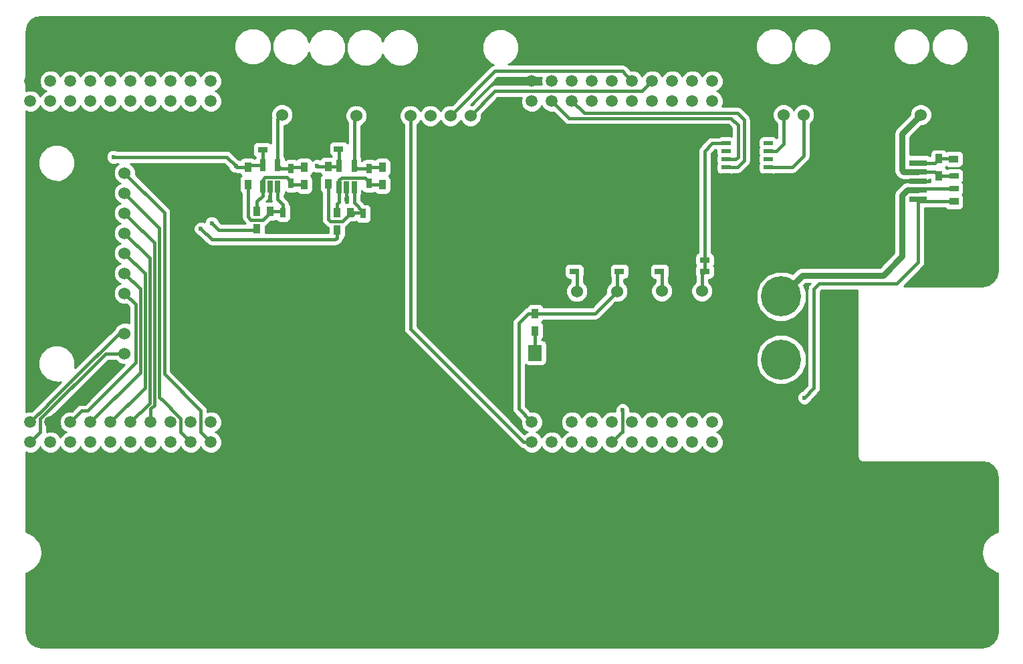
<source format=gbr>
G04 #@! TF.FileFunction,Copper,L1,Top,Signal*
%FSLAX46Y46*%
G04 Gerber Fmt 4.6, Leading zero omitted, Abs format (unit mm)*
G04 Created by KiCad (PCBNEW 4.0.7) date 03/27/18 18:49:24*
%MOMM*%
%LPD*%
G01*
G04 APERTURE LIST*
%ADD10C,0.100000*%
%ADD11C,1.520000*%
%ADD12R,1.180000X0.580000*%
%ADD13C,1.524000*%
%ADD14C,5.080000*%
%ADD15R,1.200000X0.750000*%
%ADD16R,0.750000X1.200000*%
%ADD17R,1.700000X2.000000*%
%ADD18R,0.900000X1.200000*%
%ADD19R,1.200000X0.900000*%
%ADD20R,0.650000X1.560000*%
%ADD21R,2.200000X0.800000*%
%ADD22R,6.400000X5.800000*%
%ADD23R,3.050000X2.750000*%
%ADD24C,0.600000*%
%ADD25C,0.406400*%
%ADD26C,0.762000*%
%ADD27C,0.254000*%
G04 APERTURE END LIST*
D10*
D11*
X182778400Y-126034800D03*
X205638400Y-80314800D03*
X203098400Y-80314800D03*
X195478400Y-80314800D03*
X192938400Y-123494800D03*
X198018400Y-80314800D03*
X200558400Y-80314800D03*
X198018400Y-126034800D03*
X203098400Y-123494800D03*
X192938400Y-80314800D03*
X190398400Y-80314800D03*
X203098400Y-126034800D03*
X198018400Y-123494800D03*
X195478400Y-123494800D03*
X182778400Y-123494800D03*
X185318400Y-123494800D03*
X187858400Y-123494800D03*
X190398400Y-123494800D03*
X200558400Y-123494800D03*
X205638400Y-123494800D03*
X185318400Y-126034800D03*
X187858400Y-126034800D03*
X190398400Y-126034800D03*
X192938400Y-126034800D03*
X195478400Y-126034800D03*
X200558400Y-126034800D03*
X205638400Y-126034800D03*
X182778400Y-82854800D03*
X185318400Y-82854800D03*
X187858400Y-82854800D03*
X190398400Y-82854800D03*
X192938400Y-82854800D03*
X195478400Y-82854800D03*
X198018400Y-82854800D03*
X200558400Y-82854800D03*
X203098400Y-82854800D03*
X205638400Y-82854800D03*
X182778400Y-80314800D03*
X185318400Y-80314800D03*
X187858400Y-80314800D03*
X119278400Y-123494800D03*
X121818400Y-123494800D03*
X124358400Y-123494800D03*
X126898400Y-123494800D03*
X129438400Y-123494800D03*
X131978400Y-123494800D03*
X134518400Y-123494800D03*
X137058400Y-123494800D03*
X139598400Y-123494800D03*
X142138400Y-123494800D03*
X119278400Y-126034800D03*
X121818400Y-126034800D03*
X124358400Y-126034800D03*
X126898400Y-126034800D03*
X129438400Y-126034800D03*
X131978400Y-126034800D03*
X134518400Y-126034800D03*
X137058400Y-126034800D03*
X139598400Y-126034800D03*
X142138400Y-126034800D03*
X119278400Y-82854800D03*
X121818400Y-82854800D03*
X124358400Y-82854800D03*
X126898400Y-82854800D03*
X129438400Y-82854800D03*
X131978400Y-82854800D03*
X134518400Y-82854800D03*
X137058400Y-82854800D03*
X139598400Y-82854800D03*
X142138400Y-82854800D03*
X119278400Y-80314800D03*
X121818400Y-80314800D03*
X124358400Y-80314800D03*
X126898400Y-80314800D03*
X129438400Y-80314800D03*
X131978400Y-80314800D03*
X134518400Y-80314800D03*
X137058400Y-80314800D03*
X139598400Y-80314800D03*
X142138400Y-80314800D03*
D12*
X212695600Y-88204800D03*
X212695600Y-89204800D03*
X212695600Y-90204800D03*
X212695600Y-91204800D03*
X212695600Y-92204800D03*
X207365600Y-88204800D03*
X207365600Y-89204800D03*
X207375600Y-90204800D03*
X207375600Y-91204800D03*
X207375600Y-92204800D03*
D13*
X167386000Y-84709000D03*
X169926000Y-84709000D03*
X172466000Y-84709000D03*
X175006000Y-84709000D03*
X177546000Y-84709000D03*
D14*
X214325200Y-107571000D03*
X214325200Y-115570000D03*
X214325200Y-123571000D03*
D15*
X191963000Y-104394000D03*
X193863000Y-104394000D03*
D13*
X131216400Y-114808000D03*
X131216400Y-112268000D03*
X131216400Y-109728000D03*
X131216400Y-107188000D03*
X131216400Y-104648000D03*
X131216400Y-102108000D03*
X131216400Y-99568000D03*
X131216400Y-97028000D03*
X131216400Y-94488000D03*
X131216400Y-91948000D03*
D15*
X188153000Y-104394000D03*
X190053000Y-104394000D03*
D16*
X161417000Y-98994000D03*
X161417000Y-97094000D03*
X151274308Y-98855966D03*
X151274308Y-96955966D03*
X162179000Y-93279000D03*
X162179000Y-91379000D03*
X152290308Y-93267966D03*
X152290308Y-91367966D03*
D15*
X156403000Y-88900000D03*
X158303000Y-88900000D03*
X146768308Y-89015966D03*
X148668308Y-89015966D03*
X198948000Y-104394000D03*
X200848000Y-104394000D03*
X202758000Y-104394000D03*
X204658000Y-104394000D03*
X238122500Y-93916500D03*
X236222500Y-93916500D03*
X238122500Y-92329000D03*
X236222500Y-92329000D03*
X202760500Y-102997000D03*
X204660500Y-102997000D03*
D17*
X183184800Y-118719600D03*
X183184800Y-114719600D03*
D18*
X183184800Y-111928000D03*
X183184800Y-109728000D03*
X156972000Y-91102000D03*
X156972000Y-93302000D03*
X146829308Y-91217966D03*
X146829308Y-93417966D03*
X159766000Y-96944000D03*
X159766000Y-99144000D03*
X149623308Y-96805966D03*
X149623308Y-99005966D03*
X163830000Y-91229000D03*
X163830000Y-93429000D03*
X153941308Y-91217966D03*
X153941308Y-93417966D03*
X158115000Y-96944000D03*
X158115000Y-99144000D03*
X147972308Y-96805966D03*
X147972308Y-99005966D03*
D19*
X238420000Y-95567500D03*
X236220000Y-95567500D03*
D18*
X234315000Y-90149500D03*
X234315000Y-92349500D03*
D19*
X238399500Y-90170000D03*
X236199500Y-90170000D03*
D13*
X157988000Y-84709000D03*
X160528000Y-84709000D03*
X148590000Y-84582000D03*
X151130000Y-84582000D03*
X188468000Y-106934000D03*
X191008000Y-106934000D03*
X193548000Y-106934000D03*
D20*
X158374000Y-93726000D03*
X159324000Y-93726000D03*
X160274000Y-93726000D03*
X160274000Y-91026000D03*
X158374000Y-91026000D03*
X148673308Y-93667966D03*
X149623308Y-93667966D03*
X150573308Y-93667966D03*
X150573308Y-90967966D03*
X148673308Y-90967966D03*
D13*
X199237600Y-106883200D03*
X201777600Y-106883200D03*
X204317600Y-106883200D03*
D21*
X231711500Y-95250000D03*
X231711500Y-94110000D03*
X231711500Y-92970000D03*
X231711500Y-91830000D03*
X231711500Y-90690000D03*
D22*
X225411500Y-92970000D03*
D23*
X223736500Y-91445000D03*
X227086500Y-94495000D03*
X223736500Y-94495000D03*
X227086500Y-91445000D03*
D13*
X214630000Y-84582000D03*
X217170000Y-84582000D03*
X232029000Y-84582000D03*
X234569000Y-84582000D03*
D24*
X142240000Y-98298000D03*
X161442400Y-101295200D03*
X154076400Y-98196400D03*
X220776800Y-91440000D03*
X149623308Y-95111966D03*
X159258000Y-95250000D03*
X145288000Y-91084400D03*
X155549600Y-91084400D03*
X129794000Y-89916000D03*
X217297000Y-120396000D03*
X194246500Y-121983500D03*
X140868400Y-99009200D03*
D25*
X142240000Y-98298000D02*
X143129000Y-99187000D01*
X143129000Y-99187000D02*
X147791274Y-99187000D01*
X147791274Y-99187000D02*
X147972308Y-99005966D01*
X188468000Y-106934000D02*
X188468000Y-104709000D01*
X188468000Y-104709000D02*
X188153000Y-104394000D01*
X161417000Y-98994000D02*
X161417000Y-101269800D01*
X161417000Y-101269800D02*
X161442400Y-101295200D01*
X151274308Y-98855966D02*
X153416834Y-98855966D01*
X153416834Y-98855966D02*
X154076400Y-98196400D01*
X223736500Y-91445000D02*
X220781800Y-91445000D01*
X220781800Y-91445000D02*
X220776800Y-91440000D01*
X149623308Y-93667966D02*
X149623308Y-95111966D01*
X159324000Y-93726000D02*
X159324000Y-95184000D01*
X159324000Y-95184000D02*
X159258000Y-95250000D01*
X131216400Y-112268000D02*
X130466069Y-112268000D01*
X130466069Y-112268000D02*
X124979669Y-117754400D01*
X124979669Y-117754400D02*
X124968000Y-117754400D01*
X124968000Y-117754400D02*
X121412000Y-121310400D01*
X121412000Y-121310400D02*
X121412000Y-121322070D01*
X121412000Y-121322070D02*
X119278400Y-123455669D01*
X119278400Y-123455669D02*
X119278400Y-123494800D01*
X181102000Y-110954400D02*
X181102000Y-121818400D01*
X181102000Y-121818400D02*
X182778400Y-123494800D01*
X183184800Y-109728000D02*
X182328400Y-109728000D01*
X182328400Y-109728000D02*
X181102000Y-110954400D01*
X183184800Y-109728000D02*
X190754000Y-109728000D01*
X190754000Y-109728000D02*
X193548000Y-106934000D01*
X193548000Y-106934000D02*
X193548000Y-104709000D01*
X193548000Y-104709000D02*
X193863000Y-104394000D01*
X145288000Y-91084400D02*
X144119600Y-89916000D01*
X144119600Y-89916000D02*
X129794000Y-89916000D01*
X146829308Y-91217966D02*
X145421566Y-91217966D01*
X145421566Y-91217966D02*
X145288000Y-91084400D01*
X156497200Y-91102000D02*
X155567200Y-91102000D01*
X155567200Y-91102000D02*
X155549600Y-91084400D01*
X156972000Y-91102000D02*
X156497200Y-91102000D01*
X146829308Y-91217966D02*
X146829308Y-91067966D01*
X148673308Y-90967966D02*
X148673308Y-89020966D01*
X148673308Y-89020966D02*
X148668308Y-89015966D01*
X158374000Y-91026000D02*
X158374000Y-88966000D01*
X158374000Y-88966000D02*
X158369000Y-88961000D01*
X148673308Y-90967966D02*
X147079308Y-90967966D01*
X147079308Y-90967966D02*
X146829308Y-91217966D01*
X156972000Y-91102000D02*
X158298000Y-91102000D01*
X158298000Y-91102000D02*
X158374000Y-91026000D01*
X160274000Y-95726000D02*
X160274000Y-93726000D01*
X161417000Y-97094000D02*
X161417000Y-96869000D01*
X161417000Y-96869000D02*
X160274000Y-95726000D01*
X159766000Y-96944000D02*
X161267000Y-96944000D01*
X161267000Y-96944000D02*
X161417000Y-97094000D01*
X156972000Y-93302000D02*
X156972000Y-97790000D01*
X156972000Y-97790000D02*
X157256201Y-98074201D01*
X157256201Y-98074201D02*
X158785799Y-98074201D01*
X158785799Y-98074201D02*
X159766000Y-97094000D01*
X159766000Y-97094000D02*
X159766000Y-96944000D01*
X160147000Y-97221000D02*
X160147000Y-97071000D01*
X147210308Y-97905966D02*
X148673308Y-97905966D01*
X148673308Y-97905966D02*
X149623308Y-96955966D01*
X149623308Y-96955966D02*
X149623308Y-96805966D01*
X146829308Y-97524966D02*
X147210308Y-97905966D01*
X146829308Y-93417966D02*
X146829308Y-97524966D01*
X151274308Y-96955966D02*
X151274308Y-95949566D01*
X151274308Y-95949566D02*
X150573308Y-95248566D01*
X150573308Y-95248566D02*
X150573308Y-93667966D01*
X149623308Y-96805966D02*
X151124308Y-96805966D01*
X151124308Y-96805966D02*
X151274308Y-96955966D01*
X158374000Y-95626000D02*
X158115000Y-95885000D01*
X158115000Y-95885000D02*
X158115000Y-96944000D01*
X158374000Y-93726000D02*
X158374000Y-95626000D01*
X162179000Y-93279000D02*
X162179000Y-93054000D01*
X162179000Y-93054000D02*
X161667799Y-92542799D01*
X161667799Y-92542799D02*
X158676439Y-92542799D01*
X158676439Y-92542799D02*
X158374000Y-92845238D01*
X158374000Y-92845238D02*
X158374000Y-93726000D01*
X163830000Y-93429000D02*
X162329000Y-93429000D01*
X162329000Y-93429000D02*
X162179000Y-93279000D01*
X160274000Y-91026000D02*
X160274000Y-84963000D01*
X160274000Y-84963000D02*
X160528000Y-84709000D01*
X162179000Y-91379000D02*
X160627000Y-91379000D01*
X160627000Y-91379000D02*
X160274000Y-91026000D01*
X163830000Y-91229000D02*
X162329000Y-91229000D01*
X162329000Y-91229000D02*
X162179000Y-91379000D01*
X152290308Y-93267966D02*
X152290308Y-93042966D01*
X148673308Y-92787204D02*
X148673308Y-93667966D01*
X152290308Y-93042966D02*
X151732107Y-92484765D01*
X151732107Y-92484765D02*
X148975747Y-92484765D01*
X148975747Y-92484765D02*
X148673308Y-92787204D01*
X153941308Y-93417966D02*
X152440308Y-93417966D01*
X152440308Y-93417966D02*
X152290308Y-93267966D01*
X147972308Y-95555366D02*
X147972308Y-96805966D01*
X148673308Y-93667966D02*
X148673308Y-94854366D01*
X148673308Y-94854366D02*
X147972308Y-95555366D01*
X150573308Y-90967966D02*
X150573308Y-85138692D01*
X150573308Y-85138692D02*
X151130000Y-84582000D01*
X152290308Y-91367966D02*
X150973308Y-91367966D01*
X150973308Y-91367966D02*
X150573308Y-90967966D01*
X153941308Y-91217966D02*
X152440308Y-91217966D01*
X152440308Y-91217966D02*
X152290308Y-91367966D01*
D26*
X231711500Y-94110000D02*
X230305698Y-94110000D01*
X230305698Y-94110000D02*
X229679500Y-94736198D01*
X229679500Y-94736198D02*
X229679500Y-102489000D01*
X229679500Y-102489000D02*
X227266500Y-104902000D01*
X216994200Y-104902000D02*
X214325200Y-107571000D01*
X227266500Y-104902000D02*
X216994200Y-104902000D01*
D25*
X236222500Y-93916500D02*
X231905000Y-93916500D01*
X231905000Y-93916500D02*
X231711500Y-94110000D01*
X199237600Y-106883200D02*
X199237600Y-104683600D01*
X199237600Y-104683600D02*
X198948000Y-104394000D01*
X204673200Y-89154000D02*
X205622400Y-88204800D01*
X205622400Y-88204800D02*
X207365600Y-88204800D01*
X204673200Y-102202900D02*
X204673200Y-89154000D01*
X204660500Y-102997000D02*
X204660500Y-102215600D01*
X204660500Y-102215600D02*
X204673200Y-102202900D01*
X204660500Y-102997000D02*
X204885500Y-102997000D01*
X204658000Y-104394000D02*
X204658000Y-102999500D01*
X204658000Y-102999500D02*
X204660500Y-102997000D01*
X204317600Y-106883200D02*
X204317600Y-104734400D01*
X204317600Y-104734400D02*
X204658000Y-104394000D01*
D26*
X229616000Y-91596500D02*
X229616000Y-86995000D01*
X229616000Y-86995000D02*
X232029000Y-84582000D01*
X231711500Y-91830000D02*
X229849500Y-91830000D01*
X229849500Y-91830000D02*
X229616000Y-91596500D01*
D25*
X234315000Y-92349500D02*
X236202000Y-92349500D01*
X236202000Y-92349500D02*
X236222500Y-92329000D01*
X231711500Y-91830000D02*
X233795500Y-91830000D01*
X233795500Y-91830000D02*
X234315000Y-92349500D01*
X183184800Y-114719600D02*
X183184800Y-111928000D01*
X217297000Y-120396000D02*
X218503500Y-119189500D01*
X218503500Y-119189500D02*
X218503500Y-106636736D01*
X218503500Y-106636736D02*
X219158736Y-105981500D01*
X219158736Y-105981500D02*
X228981000Y-105981500D01*
X228981000Y-105981500D02*
X231711500Y-103251000D01*
X231711500Y-103251000D02*
X231711500Y-102298500D01*
X231711500Y-102298500D02*
X231711500Y-95250000D01*
X194101601Y-124858899D02*
X194246500Y-124714000D01*
X194246500Y-124714000D02*
X194246500Y-121983500D01*
X193698399Y-125262101D02*
X194101601Y-124858899D01*
X192938400Y-126034800D02*
X193698399Y-125274801D01*
X193698399Y-125274801D02*
X193698399Y-125262101D01*
X236220000Y-95567500D02*
X232029000Y-95567500D01*
X232029000Y-95567500D02*
X231711500Y-95250000D01*
X234315000Y-90149500D02*
X236179000Y-90149500D01*
X236179000Y-90149500D02*
X236199500Y-90170000D01*
X231711500Y-90690000D02*
X233774500Y-90690000D01*
X233774500Y-90690000D02*
X234315000Y-90149500D01*
X172466000Y-84709000D02*
X178117500Y-79057500D01*
X178117500Y-79057500D02*
X194221100Y-79057500D01*
X194221100Y-79057500D02*
X194718401Y-79554801D01*
X194718401Y-79554801D02*
X195478400Y-80314800D01*
X198018400Y-80314800D02*
X196735700Y-81597500D01*
X196735700Y-81597500D02*
X178117500Y-81597500D01*
X178117500Y-81597500D02*
X175006000Y-84709000D01*
X208889600Y-89916000D02*
X208600800Y-90204800D01*
X208600800Y-90204800D02*
X207375600Y-90204800D01*
X208889600Y-85902800D02*
X208889600Y-89916000D01*
X207984710Y-84997910D02*
X208889600Y-85902800D01*
X187461510Y-84997910D02*
X207984710Y-84997910D01*
X187461510Y-84997910D02*
X185318400Y-82854800D01*
X209651600Y-90373200D02*
X208820000Y-91204800D01*
X208820000Y-91204800D02*
X207375600Y-91204800D01*
X209651600Y-85242400D02*
X209651600Y-90373200D01*
X208800700Y-84391500D02*
X209651600Y-85242400D01*
X189395100Y-84391500D02*
X208800700Y-84391500D01*
X189395100Y-84391500D02*
X187858400Y-82854800D01*
X131216400Y-107188000D02*
X132588000Y-108559600D01*
X132588000Y-108559600D02*
X132588000Y-115976400D01*
X132588000Y-115976400D02*
X126492000Y-122072400D01*
X126492000Y-122072400D02*
X125780800Y-122072400D01*
X125780800Y-122072400D02*
X124358400Y-123494800D01*
X133194410Y-115516383D02*
X133194410Y-106626010D01*
X133194410Y-106626010D02*
X131216400Y-104648000D01*
X126898400Y-123494800D02*
X133194409Y-117198791D01*
X133194409Y-117198791D02*
X133194410Y-115516383D01*
X129438400Y-123494800D02*
X133800818Y-119132382D01*
X133800818Y-119132382D02*
X133800818Y-104692418D01*
X133800818Y-104692418D02*
X131216400Y-102108000D01*
X131978400Y-123494800D02*
X134407228Y-121065972D01*
X134407228Y-121065972D02*
X134407228Y-102758828D01*
X134407228Y-102758828D02*
X131216400Y-99568000D01*
X135013638Y-121317155D02*
X135013638Y-100825238D01*
X134975600Y-100787200D02*
X131978399Y-97789999D01*
X135013638Y-100825238D02*
X134975600Y-100787200D01*
X134518400Y-123494800D02*
X134518400Y-121812392D01*
X134518400Y-121812392D02*
X135013638Y-121317155D01*
X131978399Y-97789999D02*
X131216400Y-97028000D01*
X135620048Y-120380048D02*
X135620048Y-98891648D01*
X135620048Y-98891648D02*
X131216400Y-94488000D01*
X135884809Y-120599671D02*
X135839671Y-120599671D01*
X135839671Y-120599671D02*
X135620048Y-120380048D01*
X138328400Y-124764800D02*
X138328400Y-123043262D01*
X138328400Y-123043262D02*
X135884809Y-120599671D01*
X139598400Y-126034800D02*
X138328400Y-124764800D01*
X142138400Y-126034800D02*
X140868400Y-124764800D01*
X140868400Y-124764800D02*
X140868400Y-122021600D01*
X140868400Y-122021600D02*
X136226458Y-117379658D01*
X136226458Y-117379658D02*
X136226458Y-96958058D01*
X136226458Y-96958058D02*
X131216400Y-91948000D01*
X212695600Y-89204800D02*
X213692000Y-89204800D01*
X213692000Y-89204800D02*
X214630000Y-88266800D01*
X214630000Y-88266800D02*
X214630000Y-85659630D01*
X214630000Y-85659630D02*
X214630000Y-84582000D01*
X214630000Y-85181900D02*
X214630000Y-84582000D01*
X215779600Y-91204800D02*
X217170000Y-89814400D01*
X217170000Y-89814400D02*
X217170000Y-84582000D01*
X212695600Y-91204800D02*
X215779600Y-91204800D01*
X140868400Y-99009200D02*
X142240000Y-100380800D01*
X142240000Y-100380800D02*
X157884600Y-100380800D01*
X157884600Y-100380800D02*
X158115000Y-100150400D01*
X158115000Y-100150400D02*
X158115000Y-99144000D01*
X182778400Y-126034800D02*
X181703598Y-126034800D01*
X167386000Y-85786630D02*
X167386000Y-84709000D01*
X181703598Y-126034800D02*
X167386000Y-111717202D01*
X167386000Y-111717202D02*
X167386000Y-85786630D01*
X120548400Y-124764800D02*
X120548400Y-123043262D01*
X120548400Y-123043262D02*
X128783662Y-114808000D01*
X128783662Y-114808000D02*
X130138770Y-114808000D01*
X130138770Y-114808000D02*
X131216400Y-114808000D01*
X119278400Y-126034800D02*
X120548400Y-124764800D01*
D27*
G36*
X240592029Y-72290819D02*
X241197691Y-72695509D01*
X241602381Y-73301171D01*
X241758400Y-74085526D01*
X241758400Y-104324074D01*
X241602381Y-105108429D01*
X241197691Y-105714091D01*
X240592029Y-106118781D01*
X239807669Y-106274800D01*
X229873094Y-106274800D01*
X232304197Y-103843697D01*
X232485896Y-103571766D01*
X232549700Y-103251000D01*
X232549700Y-96405700D01*
X235115216Y-96405700D01*
X235155910Y-96468941D01*
X235368110Y-96613931D01*
X235620000Y-96664940D01*
X236820000Y-96664940D01*
X237055317Y-96620662D01*
X237271441Y-96481590D01*
X237416431Y-96269390D01*
X237467440Y-96017500D01*
X237467440Y-95117500D01*
X237423162Y-94882183D01*
X237308837Y-94704517D01*
X237418931Y-94543390D01*
X237469940Y-94291500D01*
X237469940Y-93541500D01*
X237425662Y-93306183D01*
X237306314Y-93120711D01*
X237418931Y-92955890D01*
X237469940Y-92704000D01*
X237469940Y-91954000D01*
X237425662Y-91718683D01*
X237286590Y-91502559D01*
X237074390Y-91357569D01*
X236822500Y-91306560D01*
X235622500Y-91306560D01*
X235387183Y-91350838D01*
X235299400Y-91407325D01*
X235229090Y-91298059D01*
X235159289Y-91250366D01*
X235216441Y-91213590D01*
X235256865Y-91154428D01*
X235347610Y-91216431D01*
X235599500Y-91267440D01*
X236799500Y-91267440D01*
X237034817Y-91223162D01*
X237250941Y-91084090D01*
X237395931Y-90871890D01*
X237446940Y-90620000D01*
X237446940Y-89720000D01*
X237402662Y-89484683D01*
X237263590Y-89268559D01*
X237051390Y-89123569D01*
X236799500Y-89072560D01*
X235599500Y-89072560D01*
X235364183Y-89116838D01*
X235277194Y-89172814D01*
X235229090Y-89098059D01*
X235016890Y-88953069D01*
X234765000Y-88902060D01*
X233865000Y-88902060D01*
X233629683Y-88946338D01*
X233413559Y-89085410D01*
X233268569Y-89297610D01*
X233217560Y-89549500D01*
X233217560Y-89798909D01*
X233063390Y-89693569D01*
X232811500Y-89642560D01*
X230632000Y-89642560D01*
X230632000Y-87415840D01*
X232068805Y-85979035D01*
X232305661Y-85979242D01*
X232819303Y-85767010D01*
X233212629Y-85374370D01*
X233425757Y-84861100D01*
X233426242Y-84305339D01*
X233214010Y-83791697D01*
X232821370Y-83398371D01*
X232308100Y-83185243D01*
X231752339Y-83184758D01*
X231238697Y-83396990D01*
X230845371Y-83789630D01*
X230632243Y-84302900D01*
X230632034Y-84542125D01*
X228897580Y-86276580D01*
X228677338Y-86606193D01*
X228677338Y-86606194D01*
X228600000Y-86995000D01*
X228600000Y-91596500D01*
X228646247Y-91829000D01*
X228677338Y-91985307D01*
X228897580Y-92314920D01*
X229131080Y-92548421D01*
X229460693Y-92768662D01*
X229525200Y-92781493D01*
X229849500Y-92846000D01*
X230456245Y-92846000D01*
X230611500Y-92877440D01*
X232811500Y-92877440D01*
X233046817Y-92833162D01*
X233217560Y-92723292D01*
X233217560Y-92949500D01*
X233241795Y-93078300D01*
X232889226Y-93078300D01*
X232811500Y-93062560D01*
X230611500Y-93062560D01*
X230444411Y-93094000D01*
X230305698Y-93094000D01*
X229916891Y-93171338D01*
X229587278Y-93391579D01*
X228961080Y-94017778D01*
X228740838Y-94347391D01*
X228740838Y-94347392D01*
X228663500Y-94736198D01*
X228663500Y-102068159D01*
X226845660Y-103886000D01*
X216994200Y-103886000D01*
X216669900Y-103950507D01*
X216605393Y-103963338D01*
X216275780Y-104183580D01*
X215739098Y-104720262D01*
X214959517Y-104396552D01*
X213696424Y-104395450D01*
X212529057Y-104877796D01*
X211635135Y-105770159D01*
X211150752Y-106936683D01*
X211149650Y-108199776D01*
X211631996Y-109367143D01*
X212524359Y-110261065D01*
X213690883Y-110745448D01*
X214953976Y-110746550D01*
X216121343Y-110264204D01*
X217015265Y-109371841D01*
X217499648Y-108205317D01*
X217500750Y-106942224D01*
X217176226Y-106156814D01*
X217415040Y-105918000D01*
X218036842Y-105918000D01*
X217910803Y-106044039D01*
X217729104Y-106315970D01*
X217671792Y-106604100D01*
X217665300Y-106636736D01*
X217665300Y-118842306D01*
X217000954Y-119506652D01*
X216768057Y-119602883D01*
X216504808Y-119865673D01*
X216362162Y-120209201D01*
X216361838Y-120581167D01*
X216503883Y-120924943D01*
X216766673Y-121188192D01*
X217110201Y-121330838D01*
X217482167Y-121331162D01*
X217825943Y-121189117D01*
X218089192Y-120926327D01*
X218186564Y-120691830D01*
X219096197Y-119782197D01*
X219277896Y-119510265D01*
X219341700Y-119189500D01*
X219341700Y-106983930D01*
X219505930Y-106819700D01*
X224011241Y-106819700D01*
X223978400Y-106984800D01*
X223978400Y-127812800D01*
X224032446Y-128084505D01*
X224186354Y-128314846D01*
X224416695Y-128468754D01*
X224688400Y-128522800D01*
X239807669Y-128522800D01*
X240592029Y-128678819D01*
X241197691Y-129083509D01*
X241602381Y-129689171D01*
X241758400Y-130473526D01*
X241758400Y-137390118D01*
X241552273Y-137431119D01*
X241424302Y-137484127D01*
X241296332Y-137537133D01*
X240637104Y-137977616D01*
X240441216Y-138173504D01*
X240000734Y-138832732D01*
X240000734Y-138832733D01*
X239894719Y-139088673D01*
X239740042Y-139866286D01*
X239740043Y-140004800D01*
X239740042Y-140143314D01*
X239894719Y-140920927D01*
X239947018Y-141047186D01*
X240000734Y-141176868D01*
X240441216Y-141836096D01*
X240637104Y-142031984D01*
X241296332Y-142472467D01*
X241424302Y-142525473D01*
X241552273Y-142578481D01*
X241758400Y-142619482D01*
X241758400Y-150044074D01*
X241602381Y-150828429D01*
X241197691Y-151434091D01*
X240592029Y-151838781D01*
X239807669Y-151994800D01*
X120669126Y-151994800D01*
X119884771Y-151838781D01*
X119279109Y-151434091D01*
X118874419Y-150828429D01*
X118718400Y-150044069D01*
X118718400Y-142619482D01*
X118924527Y-142578481D01*
X119105504Y-142503517D01*
X119180468Y-142472466D01*
X119839696Y-142031984D01*
X120035584Y-141836096D01*
X120476067Y-141176868D01*
X120529782Y-141047186D01*
X120582081Y-140920927D01*
X120736757Y-140143315D01*
X120736757Y-139866285D01*
X120582081Y-139088673D01*
X120529074Y-138960703D01*
X120476067Y-138832732D01*
X120035584Y-138173504D01*
X119839696Y-137977616D01*
X119180468Y-137537134D01*
X119105504Y-137506083D01*
X118924527Y-137431119D01*
X118718400Y-137390118D01*
X118718400Y-127312752D01*
X118999700Y-127429558D01*
X119554665Y-127430042D01*
X120067572Y-127218113D01*
X120460334Y-126826036D01*
X120548354Y-126614062D01*
X120635087Y-126823972D01*
X121027164Y-127216734D01*
X121539700Y-127429558D01*
X122094665Y-127430042D01*
X122607572Y-127218113D01*
X123000334Y-126826036D01*
X123088354Y-126614062D01*
X123175087Y-126823972D01*
X123567164Y-127216734D01*
X124079700Y-127429558D01*
X124634665Y-127430042D01*
X125147572Y-127218113D01*
X125540334Y-126826036D01*
X125628354Y-126614062D01*
X125715087Y-126823972D01*
X126107164Y-127216734D01*
X126619700Y-127429558D01*
X127174665Y-127430042D01*
X127687572Y-127218113D01*
X128080334Y-126826036D01*
X128168354Y-126614062D01*
X128255087Y-126823972D01*
X128647164Y-127216734D01*
X129159700Y-127429558D01*
X129714665Y-127430042D01*
X130227572Y-127218113D01*
X130620334Y-126826036D01*
X130708354Y-126614062D01*
X130795087Y-126823972D01*
X131187164Y-127216734D01*
X131699700Y-127429558D01*
X132254665Y-127430042D01*
X132767572Y-127218113D01*
X133160334Y-126826036D01*
X133248354Y-126614062D01*
X133335087Y-126823972D01*
X133727164Y-127216734D01*
X134239700Y-127429558D01*
X134794665Y-127430042D01*
X135307572Y-127218113D01*
X135700334Y-126826036D01*
X135788354Y-126614062D01*
X135875087Y-126823972D01*
X136267164Y-127216734D01*
X136779700Y-127429558D01*
X137334665Y-127430042D01*
X137847572Y-127218113D01*
X138240334Y-126826036D01*
X138328354Y-126614062D01*
X138415087Y-126823972D01*
X138807164Y-127216734D01*
X139319700Y-127429558D01*
X139874665Y-127430042D01*
X140387572Y-127218113D01*
X140780334Y-126826036D01*
X140868354Y-126614062D01*
X140955087Y-126823972D01*
X141347164Y-127216734D01*
X141859700Y-127429558D01*
X142414665Y-127430042D01*
X142927572Y-127218113D01*
X143320334Y-126826036D01*
X143533158Y-126313500D01*
X143533642Y-125758535D01*
X143321713Y-125245628D01*
X142929636Y-124852866D01*
X142717662Y-124764846D01*
X142927572Y-124678113D01*
X143320334Y-124286036D01*
X143533158Y-123773500D01*
X143533642Y-123218535D01*
X143321713Y-122705628D01*
X142929636Y-122312866D01*
X142417100Y-122100042D01*
X141862135Y-122099558D01*
X141706600Y-122163824D01*
X141706600Y-122021600D01*
X141642796Y-121700835D01*
X141642796Y-121700834D01*
X141461097Y-121428903D01*
X137064658Y-117032464D01*
X137064658Y-96958058D01*
X137010695Y-96686766D01*
X137000854Y-96637292D01*
X136819155Y-96365361D01*
X132613216Y-92159422D01*
X132613642Y-91671339D01*
X132401410Y-91157697D01*
X132008770Y-90764371D01*
X131984275Y-90754200D01*
X143772406Y-90754200D01*
X144398652Y-91380446D01*
X144494883Y-91613343D01*
X144757673Y-91876592D01*
X145101201Y-92019238D01*
X145236509Y-92019356D01*
X145421566Y-92056166D01*
X145778001Y-92056166D01*
X145915218Y-92269407D01*
X145985019Y-92317100D01*
X145927867Y-92353876D01*
X145782877Y-92566076D01*
X145731868Y-92817966D01*
X145731868Y-94017966D01*
X145776146Y-94253283D01*
X145915218Y-94469407D01*
X145991108Y-94521260D01*
X145991108Y-97524966D01*
X146054912Y-97845732D01*
X146236611Y-98117663D01*
X146467748Y-98348800D01*
X143476194Y-98348800D01*
X143129348Y-98001954D01*
X143033117Y-97769057D01*
X142770327Y-97505808D01*
X142426799Y-97363162D01*
X142054833Y-97362838D01*
X141711057Y-97504883D01*
X141447808Y-97767673D01*
X141305162Y-98111201D01*
X141305104Y-98178132D01*
X141055199Y-98074362D01*
X140683233Y-98074038D01*
X140339457Y-98216083D01*
X140076208Y-98478873D01*
X139933562Y-98822401D01*
X139933238Y-99194367D01*
X140075283Y-99538143D01*
X140338073Y-99801392D01*
X140572570Y-99898764D01*
X141647303Y-100973497D01*
X141919234Y-101155196D01*
X142240000Y-101219000D01*
X157884600Y-101219000D01*
X158205366Y-101155196D01*
X158477297Y-100973497D01*
X158707697Y-100743097D01*
X158889396Y-100471165D01*
X158930758Y-100263226D01*
X159016441Y-100208090D01*
X159161431Y-99995890D01*
X159212440Y-99744000D01*
X159212440Y-98777853D01*
X159378496Y-98666898D01*
X159853954Y-98191440D01*
X160216000Y-98191440D01*
X160451317Y-98147162D01*
X160541624Y-98089051D01*
X160577910Y-98145441D01*
X160790110Y-98290431D01*
X161042000Y-98341440D01*
X161792000Y-98341440D01*
X162027317Y-98297162D01*
X162243441Y-98158090D01*
X162388431Y-97945890D01*
X162439440Y-97694000D01*
X162439440Y-96494000D01*
X162395162Y-96258683D01*
X162256090Y-96042559D01*
X162043890Y-95897569D01*
X161792000Y-95846560D01*
X161579954Y-95846560D01*
X161112200Y-95378806D01*
X161112200Y-94879703D01*
X161195431Y-94757890D01*
X161246440Y-94506000D01*
X161246440Y-94185185D01*
X161339910Y-94330441D01*
X161552110Y-94475431D01*
X161804000Y-94526440D01*
X162554000Y-94526440D01*
X162789317Y-94482162D01*
X162879624Y-94424051D01*
X162915910Y-94480441D01*
X163128110Y-94625431D01*
X163380000Y-94676440D01*
X164280000Y-94676440D01*
X164515317Y-94632162D01*
X164731441Y-94493090D01*
X164876431Y-94280890D01*
X164927440Y-94029000D01*
X164927440Y-92829000D01*
X164883162Y-92593683D01*
X164744090Y-92377559D01*
X164674289Y-92329866D01*
X164731441Y-92293090D01*
X164876431Y-92080890D01*
X164927440Y-91829000D01*
X164927440Y-90629000D01*
X164883162Y-90393683D01*
X164744090Y-90177559D01*
X164531890Y-90032569D01*
X164280000Y-89981560D01*
X163380000Y-89981560D01*
X163144683Y-90025838D01*
X162928559Y-90164910D01*
X162881291Y-90234089D01*
X162805890Y-90182569D01*
X162554000Y-90131560D01*
X161804000Y-90131560D01*
X161568683Y-90175838D01*
X161352559Y-90314910D01*
X161246440Y-90470220D01*
X161246440Y-90246000D01*
X161202162Y-90010683D01*
X161112200Y-89870878D01*
X161112200Y-85979170D01*
X161318303Y-85894010D01*
X161711629Y-85501370D01*
X161924757Y-84988100D01*
X161924759Y-84985661D01*
X165988758Y-84985661D01*
X166200990Y-85499303D01*
X166547800Y-85846719D01*
X166547800Y-111717202D01*
X166611604Y-112037968D01*
X166793303Y-112309899D01*
X181110901Y-126627497D01*
X181382832Y-126809196D01*
X181629271Y-126858215D01*
X181987164Y-127216734D01*
X182499700Y-127429558D01*
X183054665Y-127430042D01*
X183567572Y-127218113D01*
X183960334Y-126826036D01*
X184048354Y-126614062D01*
X184135087Y-126823972D01*
X184527164Y-127216734D01*
X185039700Y-127429558D01*
X185594665Y-127430042D01*
X186107572Y-127218113D01*
X186500334Y-126826036D01*
X186588354Y-126614062D01*
X186675087Y-126823972D01*
X187067164Y-127216734D01*
X187579700Y-127429558D01*
X188134665Y-127430042D01*
X188647572Y-127218113D01*
X189040334Y-126826036D01*
X189128354Y-126614062D01*
X189215087Y-126823972D01*
X189607164Y-127216734D01*
X190119700Y-127429558D01*
X190674665Y-127430042D01*
X191187572Y-127218113D01*
X191580334Y-126826036D01*
X191668354Y-126614062D01*
X191755087Y-126823972D01*
X192147164Y-127216734D01*
X192659700Y-127429558D01*
X193214665Y-127430042D01*
X193727572Y-127218113D01*
X194120334Y-126826036D01*
X194208354Y-126614062D01*
X194295087Y-126823972D01*
X194687164Y-127216734D01*
X195199700Y-127429558D01*
X195754665Y-127430042D01*
X196267572Y-127218113D01*
X196660334Y-126826036D01*
X196748354Y-126614062D01*
X196835087Y-126823972D01*
X197227164Y-127216734D01*
X197739700Y-127429558D01*
X198294665Y-127430042D01*
X198807572Y-127218113D01*
X199200334Y-126826036D01*
X199288354Y-126614062D01*
X199375087Y-126823972D01*
X199767164Y-127216734D01*
X200279700Y-127429558D01*
X200834665Y-127430042D01*
X201347572Y-127218113D01*
X201740334Y-126826036D01*
X201828354Y-126614062D01*
X201915087Y-126823972D01*
X202307164Y-127216734D01*
X202819700Y-127429558D01*
X203374665Y-127430042D01*
X203887572Y-127218113D01*
X204280334Y-126826036D01*
X204368354Y-126614062D01*
X204455087Y-126823972D01*
X204847164Y-127216734D01*
X205359700Y-127429558D01*
X205914665Y-127430042D01*
X206427572Y-127218113D01*
X206820334Y-126826036D01*
X207033158Y-126313500D01*
X207033642Y-125758535D01*
X206821713Y-125245628D01*
X206429636Y-124852866D01*
X206217662Y-124764846D01*
X206427572Y-124678113D01*
X206820334Y-124286036D01*
X207033158Y-123773500D01*
X207033642Y-123218535D01*
X206821713Y-122705628D01*
X206429636Y-122312866D01*
X205917100Y-122100042D01*
X205362135Y-122099558D01*
X204849228Y-122311487D01*
X204456466Y-122703564D01*
X204368446Y-122915538D01*
X204281713Y-122705628D01*
X203889636Y-122312866D01*
X203377100Y-122100042D01*
X202822135Y-122099558D01*
X202309228Y-122311487D01*
X201916466Y-122703564D01*
X201828446Y-122915538D01*
X201741713Y-122705628D01*
X201349636Y-122312866D01*
X200837100Y-122100042D01*
X200282135Y-122099558D01*
X199769228Y-122311487D01*
X199376466Y-122703564D01*
X199288446Y-122915538D01*
X199201713Y-122705628D01*
X198809636Y-122312866D01*
X198297100Y-122100042D01*
X197742135Y-122099558D01*
X197229228Y-122311487D01*
X196836466Y-122703564D01*
X196748446Y-122915538D01*
X196661713Y-122705628D01*
X196269636Y-122312866D01*
X195757100Y-122100042D01*
X195202135Y-122099558D01*
X195181392Y-122108129D01*
X195181662Y-121798333D01*
X195039617Y-121454557D01*
X194776827Y-121191308D01*
X194433299Y-121048662D01*
X194061333Y-121048338D01*
X193717557Y-121190383D01*
X193454308Y-121453173D01*
X193311662Y-121796701D01*
X193311364Y-122139184D01*
X193217100Y-122100042D01*
X192662135Y-122099558D01*
X192149228Y-122311487D01*
X191756466Y-122703564D01*
X191668446Y-122915538D01*
X191581713Y-122705628D01*
X191189636Y-122312866D01*
X190677100Y-122100042D01*
X190122135Y-122099558D01*
X189609228Y-122311487D01*
X189216466Y-122703564D01*
X189128446Y-122915538D01*
X189041713Y-122705628D01*
X188649636Y-122312866D01*
X188137100Y-122100042D01*
X187582135Y-122099558D01*
X187069228Y-122311487D01*
X186676466Y-122703564D01*
X186463642Y-123216100D01*
X186463158Y-123771065D01*
X186675087Y-124283972D01*
X187067164Y-124676734D01*
X187279138Y-124764754D01*
X187069228Y-124851487D01*
X186676466Y-125243564D01*
X186588446Y-125455538D01*
X186501713Y-125245628D01*
X186109636Y-124852866D01*
X185597100Y-124640042D01*
X185042135Y-124639558D01*
X184529228Y-124851487D01*
X184136466Y-125243564D01*
X184048446Y-125455538D01*
X183961713Y-125245628D01*
X183569636Y-124852866D01*
X183357662Y-124764846D01*
X183567572Y-124678113D01*
X183960334Y-124286036D01*
X184173158Y-123773500D01*
X184173642Y-123218535D01*
X183961713Y-122705628D01*
X183569636Y-122312866D01*
X183057100Y-122100042D01*
X182568610Y-122099616D01*
X181940200Y-121471206D01*
X181940200Y-116218521D01*
X182082910Y-116316031D01*
X182334800Y-116367040D01*
X184034800Y-116367040D01*
X184270117Y-116322762D01*
X184462796Y-116198776D01*
X211149650Y-116198776D01*
X211631996Y-117366143D01*
X212524359Y-118260065D01*
X213690883Y-118744448D01*
X214953976Y-118745550D01*
X216121343Y-118263204D01*
X217015265Y-117370841D01*
X217499648Y-116204317D01*
X217500750Y-114941224D01*
X217018404Y-113773857D01*
X216126041Y-112879935D01*
X214959517Y-112395552D01*
X213696424Y-112394450D01*
X212529057Y-112876796D01*
X211635135Y-113769159D01*
X211150752Y-114935683D01*
X211149650Y-116198776D01*
X184462796Y-116198776D01*
X184486241Y-116183690D01*
X184631231Y-115971490D01*
X184682240Y-115719600D01*
X184682240Y-113719600D01*
X184637962Y-113484283D01*
X184498890Y-113268159D01*
X184286690Y-113123169D01*
X184034800Y-113072160D01*
X184023000Y-113072160D01*
X184023000Y-113032784D01*
X184086241Y-112992090D01*
X184231231Y-112779890D01*
X184282240Y-112528000D01*
X184282240Y-111328000D01*
X184237962Y-111092683D01*
X184098890Y-110876559D01*
X184029089Y-110828866D01*
X184086241Y-110792090D01*
X184231231Y-110579890D01*
X184234003Y-110566200D01*
X190754000Y-110566200D01*
X191074766Y-110502396D01*
X191346697Y-110320697D01*
X193336578Y-108330816D01*
X193824661Y-108331242D01*
X194338303Y-108119010D01*
X194731629Y-107726370D01*
X194944757Y-107213100D01*
X194945242Y-106657339D01*
X194733010Y-106143697D01*
X194386200Y-105796281D01*
X194386200Y-105416440D01*
X194463000Y-105416440D01*
X194698317Y-105372162D01*
X194914441Y-105233090D01*
X195059431Y-105020890D01*
X195110440Y-104769000D01*
X195110440Y-104019000D01*
X197700560Y-104019000D01*
X197700560Y-104769000D01*
X197744838Y-105004317D01*
X197883910Y-105220441D01*
X198096110Y-105365431D01*
X198348000Y-105416440D01*
X198399400Y-105416440D01*
X198399400Y-105746003D01*
X198053971Y-106090830D01*
X197840843Y-106604100D01*
X197840358Y-107159861D01*
X198052590Y-107673503D01*
X198445230Y-108066829D01*
X198958500Y-108279957D01*
X199514261Y-108280442D01*
X200027903Y-108068210D01*
X200421229Y-107675570D01*
X200634357Y-107162300D01*
X200634842Y-106606539D01*
X200422610Y-106092897D01*
X200075800Y-105745481D01*
X200075800Y-105121335D01*
X200144431Y-105020890D01*
X200195440Y-104769000D01*
X200195440Y-104019000D01*
X200151162Y-103783683D01*
X200012090Y-103567559D01*
X199799890Y-103422569D01*
X199548000Y-103371560D01*
X198348000Y-103371560D01*
X198112683Y-103415838D01*
X197896559Y-103554910D01*
X197751569Y-103767110D01*
X197700560Y-104019000D01*
X195110440Y-104019000D01*
X195066162Y-103783683D01*
X194927090Y-103567559D01*
X194714890Y-103422569D01*
X194463000Y-103371560D01*
X193263000Y-103371560D01*
X193027683Y-103415838D01*
X192811559Y-103554910D01*
X192666569Y-103767110D01*
X192615560Y-104019000D01*
X192615560Y-104769000D01*
X192659838Y-105004317D01*
X192709800Y-105081960D01*
X192709800Y-105796803D01*
X192364371Y-106141630D01*
X192151243Y-106654900D01*
X192150815Y-107145791D01*
X190406806Y-108889800D01*
X184236107Y-108889800D01*
X184098890Y-108676559D01*
X183886690Y-108531569D01*
X183634800Y-108480560D01*
X182734800Y-108480560D01*
X182499483Y-108524838D01*
X182283359Y-108663910D01*
X182138369Y-108876110D01*
X182127504Y-108929761D01*
X182007635Y-108953604D01*
X181735703Y-109135303D01*
X180509303Y-110361703D01*
X180327604Y-110633634D01*
X180278798Y-110879002D01*
X180263800Y-110954400D01*
X180263800Y-121818400D01*
X180327604Y-122139166D01*
X180509303Y-122411097D01*
X181383582Y-123285376D01*
X181383158Y-123771065D01*
X181595087Y-124283972D01*
X181987164Y-124676734D01*
X182199138Y-124764754D01*
X181989228Y-124851487D01*
X181847330Y-124993138D01*
X168224200Y-111370008D01*
X168224200Y-104019000D01*
X186905560Y-104019000D01*
X186905560Y-104769000D01*
X186949838Y-105004317D01*
X187088910Y-105220441D01*
X187301110Y-105365431D01*
X187553000Y-105416440D01*
X187629800Y-105416440D01*
X187629800Y-105796803D01*
X187284371Y-106141630D01*
X187071243Y-106654900D01*
X187070758Y-107210661D01*
X187282990Y-107724303D01*
X187675630Y-108117629D01*
X188188900Y-108330757D01*
X188744661Y-108331242D01*
X189258303Y-108119010D01*
X189651629Y-107726370D01*
X189864757Y-107213100D01*
X189865242Y-106657339D01*
X189653010Y-106143697D01*
X189306200Y-105796281D01*
X189306200Y-105084161D01*
X189349431Y-105020890D01*
X189400440Y-104769000D01*
X189400440Y-104019000D01*
X189356162Y-103783683D01*
X189217090Y-103567559D01*
X189004890Y-103422569D01*
X188753000Y-103371560D01*
X187553000Y-103371560D01*
X187317683Y-103415838D01*
X187101559Y-103554910D01*
X186956569Y-103767110D01*
X186905560Y-104019000D01*
X168224200Y-104019000D01*
X168224200Y-85846197D01*
X168569629Y-85501370D01*
X168655949Y-85293488D01*
X168740990Y-85499303D01*
X169133630Y-85892629D01*
X169646900Y-86105757D01*
X170202661Y-86106242D01*
X170716303Y-85894010D01*
X171109629Y-85501370D01*
X171195949Y-85293488D01*
X171280990Y-85499303D01*
X171673630Y-85892629D01*
X172186900Y-86105757D01*
X172742661Y-86106242D01*
X173256303Y-85894010D01*
X173649629Y-85501370D01*
X173735949Y-85293488D01*
X173820990Y-85499303D01*
X174213630Y-85892629D01*
X174726900Y-86105757D01*
X175282661Y-86106242D01*
X175796303Y-85894010D01*
X176189629Y-85501370D01*
X176402757Y-84988100D01*
X176403185Y-84497209D01*
X178464694Y-82435700D01*
X181441941Y-82435700D01*
X181383642Y-82576100D01*
X181383158Y-83131065D01*
X181595087Y-83643972D01*
X181987164Y-84036734D01*
X182499700Y-84249558D01*
X183054665Y-84250042D01*
X183567572Y-84038113D01*
X183960334Y-83646036D01*
X184048354Y-83434062D01*
X184135087Y-83643972D01*
X184527164Y-84036734D01*
X185039700Y-84249558D01*
X185528190Y-84249984D01*
X186868813Y-85590607D01*
X187140744Y-85772306D01*
X187461510Y-85836110D01*
X207637516Y-85836110D01*
X208051400Y-86249994D01*
X208051400Y-87286760D01*
X207955600Y-87267360D01*
X206775600Y-87267360D01*
X206540283Y-87311638D01*
X206454870Y-87366600D01*
X205622400Y-87366600D01*
X205301635Y-87430404D01*
X205029703Y-87612103D01*
X204080503Y-88561303D01*
X203898804Y-88833234D01*
X203846147Y-89097962D01*
X203835000Y-89154000D01*
X203835000Y-102016991D01*
X203825183Y-102018838D01*
X203609059Y-102157910D01*
X203464069Y-102370110D01*
X203413060Y-102622000D01*
X203413060Y-103372000D01*
X203457338Y-103607317D01*
X203512344Y-103692799D01*
X203461569Y-103767110D01*
X203410560Y-104019000D01*
X203410560Y-104769000D01*
X203454838Y-105004317D01*
X203479400Y-105042487D01*
X203479400Y-105746003D01*
X203133971Y-106090830D01*
X202920843Y-106604100D01*
X202920358Y-107159861D01*
X203132590Y-107673503D01*
X203525230Y-108066829D01*
X204038500Y-108279957D01*
X204594261Y-108280442D01*
X205107903Y-108068210D01*
X205501229Y-107675570D01*
X205714357Y-107162300D01*
X205714842Y-106606539D01*
X205502610Y-106092897D01*
X205155800Y-105745481D01*
X205155800Y-105416440D01*
X205258000Y-105416440D01*
X205493317Y-105372162D01*
X205709441Y-105233090D01*
X205854431Y-105020890D01*
X205905440Y-104769000D01*
X205905440Y-104019000D01*
X205861162Y-103783683D01*
X205806156Y-103698201D01*
X205856931Y-103623890D01*
X205907940Y-103372000D01*
X205907940Y-102622000D01*
X205863662Y-102386683D01*
X205724590Y-102170559D01*
X205512390Y-102025569D01*
X205511400Y-102025369D01*
X205511400Y-89501194D01*
X205969594Y-89043000D01*
X206128160Y-89043000D01*
X206128160Y-89494800D01*
X206172438Y-89730117D01*
X206174812Y-89733806D01*
X206138160Y-89914800D01*
X206138160Y-90494800D01*
X206179125Y-90712509D01*
X206138160Y-90914800D01*
X206138160Y-91494800D01*
X206182438Y-91730117D01*
X206321510Y-91946241D01*
X206533710Y-92091231D01*
X206785600Y-92142240D01*
X207965600Y-92142240D01*
X208200917Y-92097962D01*
X208286330Y-92043000D01*
X208820000Y-92043000D01*
X209140766Y-91979196D01*
X209412697Y-91797497D01*
X210244297Y-90965897D01*
X210425996Y-90693966D01*
X210489800Y-90373200D01*
X210489800Y-87914800D01*
X211458160Y-87914800D01*
X211458160Y-88494800D01*
X211499125Y-88712509D01*
X211458160Y-88914800D01*
X211458160Y-89494800D01*
X211499125Y-89712509D01*
X211458160Y-89914800D01*
X211458160Y-90494800D01*
X211499125Y-90712509D01*
X211458160Y-90914800D01*
X211458160Y-91494800D01*
X211502438Y-91730117D01*
X211641510Y-91946241D01*
X211853710Y-92091231D01*
X212105600Y-92142240D01*
X213285600Y-92142240D01*
X213520917Y-92097962D01*
X213606330Y-92043000D01*
X215779600Y-92043000D01*
X216100366Y-91979196D01*
X216372297Y-91797497D01*
X217762697Y-90407097D01*
X217944396Y-90135165D01*
X218008200Y-89814400D01*
X218008200Y-85719197D01*
X218353629Y-85374370D01*
X218566757Y-84861100D01*
X218567242Y-84305339D01*
X218355010Y-83791697D01*
X217962370Y-83398371D01*
X217449100Y-83185243D01*
X216893339Y-83184758D01*
X216379697Y-83396990D01*
X215986371Y-83789630D01*
X215900051Y-83997512D01*
X215815010Y-83791697D01*
X215422370Y-83398371D01*
X214909100Y-83185243D01*
X214353339Y-83184758D01*
X213839697Y-83396990D01*
X213446371Y-83789630D01*
X213233243Y-84302900D01*
X213232758Y-84858661D01*
X213444990Y-85372303D01*
X213791800Y-85719719D01*
X213791800Y-87528800D01*
X213749690Y-87463359D01*
X213537490Y-87318369D01*
X213285600Y-87267360D01*
X212105600Y-87267360D01*
X211870283Y-87311638D01*
X211654159Y-87450710D01*
X211509169Y-87662910D01*
X211458160Y-87914800D01*
X210489800Y-87914800D01*
X210489800Y-85242400D01*
X210454898Y-85066933D01*
X210425996Y-84921634D01*
X210244297Y-84649703D01*
X209393397Y-83798803D01*
X209121466Y-83617104D01*
X208800700Y-83553300D01*
X206858841Y-83553300D01*
X207033158Y-83133500D01*
X207033642Y-82578535D01*
X206821713Y-82065628D01*
X206429636Y-81672866D01*
X206217662Y-81584846D01*
X206427572Y-81498113D01*
X206820334Y-81106036D01*
X207033158Y-80593500D01*
X207033642Y-80038535D01*
X206821713Y-79525628D01*
X206429636Y-79132866D01*
X205917100Y-78920042D01*
X205362135Y-78919558D01*
X204849228Y-79131487D01*
X204456466Y-79523564D01*
X204368446Y-79735538D01*
X204281713Y-79525628D01*
X203889636Y-79132866D01*
X203377100Y-78920042D01*
X202822135Y-78919558D01*
X202309228Y-79131487D01*
X201916466Y-79523564D01*
X201828446Y-79735538D01*
X201741713Y-79525628D01*
X201349636Y-79132866D01*
X200837100Y-78920042D01*
X200282135Y-78919558D01*
X199769228Y-79131487D01*
X199376466Y-79523564D01*
X199288446Y-79735538D01*
X199201713Y-79525628D01*
X198809636Y-79132866D01*
X198297100Y-78920042D01*
X197742135Y-78919558D01*
X197229228Y-79131487D01*
X196836466Y-79523564D01*
X196748446Y-79735538D01*
X196661713Y-79525628D01*
X196269636Y-79132866D01*
X195757100Y-78920042D01*
X195268610Y-78919616D01*
X194813797Y-78464803D01*
X194541866Y-78283104D01*
X194221100Y-78219300D01*
X179801556Y-78219300D01*
X180151086Y-78074877D01*
X180815544Y-77411578D01*
X181175589Y-76544492D01*
X181175707Y-76409373D01*
X211124591Y-76409373D01*
X211483123Y-77277086D01*
X212146422Y-77941544D01*
X213013508Y-78301589D01*
X213952373Y-78302409D01*
X214820086Y-77943877D01*
X215484544Y-77280578D01*
X215844589Y-76413492D01*
X215844589Y-76413373D01*
X215952591Y-76413373D01*
X216311123Y-77281086D01*
X216974422Y-77945544D01*
X217841508Y-78305589D01*
X218780373Y-78306409D01*
X219648086Y-77947877D01*
X220312544Y-77284578D01*
X220672589Y-76417492D01*
X220672596Y-76409373D01*
X228523591Y-76409373D01*
X228882123Y-77277086D01*
X229545422Y-77941544D01*
X230412508Y-78301589D01*
X231351373Y-78302409D01*
X232219086Y-77943877D01*
X232883544Y-77280578D01*
X233243589Y-76413492D01*
X233243589Y-76413373D01*
X233351591Y-76413373D01*
X233710123Y-77281086D01*
X234373422Y-77945544D01*
X235240508Y-78305589D01*
X236179373Y-78306409D01*
X237047086Y-77947877D01*
X237711544Y-77284578D01*
X238071589Y-76417492D01*
X238072409Y-75478627D01*
X237713877Y-74610914D01*
X237050578Y-73946456D01*
X236183492Y-73586411D01*
X235244627Y-73585591D01*
X234376914Y-73944123D01*
X233712456Y-74607422D01*
X233352411Y-75474508D01*
X233351591Y-76413373D01*
X233243589Y-76413373D01*
X233244409Y-75474627D01*
X232885877Y-74606914D01*
X232222578Y-73942456D01*
X231355492Y-73582411D01*
X230416627Y-73581591D01*
X229548914Y-73940123D01*
X228884456Y-74603422D01*
X228524411Y-75470508D01*
X228523591Y-76409373D01*
X220672596Y-76409373D01*
X220673409Y-75478627D01*
X220314877Y-74610914D01*
X219651578Y-73946456D01*
X218784492Y-73586411D01*
X217845627Y-73585591D01*
X216977914Y-73944123D01*
X216313456Y-74607422D01*
X215953411Y-75474508D01*
X215952591Y-76413373D01*
X215844589Y-76413373D01*
X215845409Y-75474627D01*
X215486877Y-74606914D01*
X214823578Y-73942456D01*
X213956492Y-73582411D01*
X213017627Y-73581591D01*
X212149914Y-73940123D01*
X211485456Y-74603422D01*
X211125411Y-75470508D01*
X211124591Y-76409373D01*
X181175707Y-76409373D01*
X181176409Y-75605627D01*
X180817877Y-74737914D01*
X180154578Y-74073456D01*
X179287492Y-73713411D01*
X178348627Y-73712591D01*
X177480914Y-74071123D01*
X176816456Y-74734422D01*
X176456411Y-75601508D01*
X176455591Y-76540373D01*
X176814123Y-77408086D01*
X177477422Y-78072544D01*
X177923691Y-78257851D01*
X177796734Y-78283104D01*
X177524803Y-78464803D01*
X172677422Y-83312184D01*
X172189339Y-83311758D01*
X171675697Y-83523990D01*
X171282371Y-83916630D01*
X171196051Y-84124512D01*
X171111010Y-83918697D01*
X170718370Y-83525371D01*
X170205100Y-83312243D01*
X169649339Y-83311758D01*
X169135697Y-83523990D01*
X168742371Y-83916630D01*
X168656051Y-84124512D01*
X168571010Y-83918697D01*
X168178370Y-83525371D01*
X167665100Y-83312243D01*
X167109339Y-83311758D01*
X166595697Y-83523990D01*
X166202371Y-83916630D01*
X165989243Y-84429900D01*
X165988758Y-84985661D01*
X161924759Y-84985661D01*
X161925242Y-84432339D01*
X161713010Y-83918697D01*
X161320370Y-83525371D01*
X160807100Y-83312243D01*
X160251339Y-83311758D01*
X159737697Y-83523990D01*
X159344371Y-83916630D01*
X159131243Y-84429900D01*
X159130758Y-84985661D01*
X159342990Y-85499303D01*
X159435800Y-85592275D01*
X159435800Y-88180337D01*
X159367090Y-88073559D01*
X159154890Y-87928569D01*
X158903000Y-87877560D01*
X157703000Y-87877560D01*
X157467683Y-87921838D01*
X157251559Y-88060910D01*
X157106569Y-88273110D01*
X157055560Y-88525000D01*
X157055560Y-89275000D01*
X157099838Y-89510317D01*
X157238910Y-89726441D01*
X157428280Y-89855832D01*
X157422000Y-89854560D01*
X156522000Y-89854560D01*
X156286683Y-89898838D01*
X156070559Y-90037910D01*
X155937277Y-90232974D01*
X155736399Y-90149562D01*
X155364433Y-90149238D01*
X155020657Y-90291283D01*
X154968915Y-90342935D01*
X154855398Y-90166525D01*
X154643198Y-90021535D01*
X154391308Y-89970526D01*
X153491308Y-89970526D01*
X153255991Y-90014804D01*
X153039867Y-90153876D01*
X152992599Y-90223055D01*
X152917198Y-90171535D01*
X152665308Y-90120526D01*
X151915308Y-90120526D01*
X151679991Y-90164804D01*
X151545748Y-90251187D01*
X151545748Y-90187966D01*
X151501470Y-89952649D01*
X151411508Y-89812844D01*
X151411508Y-85977239D01*
X151920303Y-85767010D01*
X152313629Y-85374370D01*
X152526757Y-84861100D01*
X152527242Y-84305339D01*
X152315010Y-83791697D01*
X151922370Y-83398371D01*
X151409100Y-83185243D01*
X150853339Y-83184758D01*
X150339697Y-83396990D01*
X149946371Y-83789630D01*
X149733243Y-84302900D01*
X149732758Y-84858661D01*
X149771945Y-84953500D01*
X149763111Y-84997910D01*
X149735108Y-85138692D01*
X149735108Y-88193736D01*
X149732398Y-88189525D01*
X149520198Y-88044535D01*
X149268308Y-87993526D01*
X148068308Y-87993526D01*
X147832991Y-88037804D01*
X147616867Y-88176876D01*
X147471877Y-88389076D01*
X147420868Y-88640966D01*
X147420868Y-89390966D01*
X147465146Y-89626283D01*
X147604218Y-89842407D01*
X147750592Y-89942420D01*
X147712654Y-90129766D01*
X147689599Y-90129766D01*
X147531198Y-90021535D01*
X147279308Y-89970526D01*
X146379308Y-89970526D01*
X146143991Y-90014804D01*
X145927867Y-90153876D01*
X145827245Y-90301141D01*
X145818327Y-90292208D01*
X145583830Y-90194836D01*
X144712297Y-89323303D01*
X144440366Y-89141604D01*
X144119600Y-89077800D01*
X130213528Y-89077800D01*
X129980799Y-88981162D01*
X129608833Y-88980838D01*
X129265057Y-89122883D01*
X129001808Y-89385673D01*
X128859162Y-89729201D01*
X128858838Y-90101167D01*
X129000883Y-90444943D01*
X129263673Y-90708192D01*
X129607201Y-90850838D01*
X129979167Y-90851162D01*
X130213834Y-90754200D01*
X130447370Y-90754200D01*
X130426097Y-90762990D01*
X130032771Y-91155630D01*
X129819643Y-91668900D01*
X129819158Y-92224661D01*
X130031390Y-92738303D01*
X130424030Y-93131629D01*
X130631912Y-93217949D01*
X130426097Y-93302990D01*
X130032771Y-93695630D01*
X129819643Y-94208900D01*
X129819158Y-94764661D01*
X130031390Y-95278303D01*
X130424030Y-95671629D01*
X130631912Y-95757949D01*
X130426097Y-95842990D01*
X130032771Y-96235630D01*
X129819643Y-96748900D01*
X129819158Y-97304661D01*
X130031390Y-97818303D01*
X130424030Y-98211629D01*
X130631912Y-98297949D01*
X130426097Y-98382990D01*
X130032771Y-98775630D01*
X129819643Y-99288900D01*
X129819158Y-99844661D01*
X130031390Y-100358303D01*
X130424030Y-100751629D01*
X130631912Y-100837949D01*
X130426097Y-100922990D01*
X130032771Y-101315630D01*
X129819643Y-101828900D01*
X129819158Y-102384661D01*
X130031390Y-102898303D01*
X130424030Y-103291629D01*
X130631912Y-103377949D01*
X130426097Y-103462990D01*
X130032771Y-103855630D01*
X129819643Y-104368900D01*
X129819158Y-104924661D01*
X130031390Y-105438303D01*
X130424030Y-105831629D01*
X130631912Y-105917949D01*
X130426097Y-106002990D01*
X130032771Y-106395630D01*
X129819643Y-106908900D01*
X129819158Y-107464661D01*
X130031390Y-107978303D01*
X130424030Y-108371629D01*
X130937300Y-108584757D01*
X131428191Y-108585185D01*
X131749800Y-108906794D01*
X131749800Y-110976837D01*
X131495500Y-110871243D01*
X130939739Y-110870758D01*
X130426097Y-111082990D01*
X130032771Y-111475630D01*
X129979230Y-111604571D01*
X129873372Y-111675303D01*
X124897956Y-116650719D01*
X124939989Y-116549492D01*
X124940809Y-115610627D01*
X124582277Y-114742914D01*
X123918978Y-114078456D01*
X123051892Y-113718411D01*
X122113027Y-113717591D01*
X121245314Y-114076123D01*
X120580856Y-114739422D01*
X120220811Y-115606508D01*
X120219991Y-116545373D01*
X120578523Y-117413086D01*
X121241822Y-118077544D01*
X122108908Y-118437589D01*
X123047773Y-118438409D01*
X123134384Y-118402622D01*
X120819303Y-120717703D01*
X120795803Y-120752873D01*
X119448728Y-122099947D01*
X119002135Y-122099558D01*
X118718400Y-122216795D01*
X118718400Y-91145373D01*
X120219991Y-91145373D01*
X120578523Y-92013086D01*
X121241822Y-92677544D01*
X122108908Y-93037589D01*
X123047773Y-93038409D01*
X123915486Y-92679877D01*
X124579944Y-92016578D01*
X124939989Y-91149492D01*
X124940809Y-90210627D01*
X124582277Y-89342914D01*
X123918978Y-88678456D01*
X123051892Y-88318411D01*
X122113027Y-88317591D01*
X121245314Y-88676123D01*
X120580856Y-89339422D01*
X120220811Y-90206508D01*
X120219991Y-91145373D01*
X118718400Y-91145373D01*
X118718400Y-84132752D01*
X118999700Y-84249558D01*
X119554665Y-84250042D01*
X120067572Y-84038113D01*
X120460334Y-83646036D01*
X120548354Y-83434062D01*
X120635087Y-83643972D01*
X121027164Y-84036734D01*
X121539700Y-84249558D01*
X122094665Y-84250042D01*
X122607572Y-84038113D01*
X123000334Y-83646036D01*
X123088354Y-83434062D01*
X123175087Y-83643972D01*
X123567164Y-84036734D01*
X124079700Y-84249558D01*
X124634665Y-84250042D01*
X125147572Y-84038113D01*
X125540334Y-83646036D01*
X125628354Y-83434062D01*
X125715087Y-83643972D01*
X126107164Y-84036734D01*
X126619700Y-84249558D01*
X127174665Y-84250042D01*
X127687572Y-84038113D01*
X128080334Y-83646036D01*
X128168354Y-83434062D01*
X128255087Y-83643972D01*
X128647164Y-84036734D01*
X129159700Y-84249558D01*
X129714665Y-84250042D01*
X130227572Y-84038113D01*
X130620334Y-83646036D01*
X130708354Y-83434062D01*
X130795087Y-83643972D01*
X131187164Y-84036734D01*
X131699700Y-84249558D01*
X132254665Y-84250042D01*
X132767572Y-84038113D01*
X133160334Y-83646036D01*
X133248354Y-83434062D01*
X133335087Y-83643972D01*
X133727164Y-84036734D01*
X134239700Y-84249558D01*
X134794665Y-84250042D01*
X135307572Y-84038113D01*
X135700334Y-83646036D01*
X135788354Y-83434062D01*
X135875087Y-83643972D01*
X136267164Y-84036734D01*
X136779700Y-84249558D01*
X137334665Y-84250042D01*
X137847572Y-84038113D01*
X138240334Y-83646036D01*
X138328354Y-83434062D01*
X138415087Y-83643972D01*
X138807164Y-84036734D01*
X139319700Y-84249558D01*
X139874665Y-84250042D01*
X140387572Y-84038113D01*
X140780334Y-83646036D01*
X140868354Y-83434062D01*
X140955087Y-83643972D01*
X141347164Y-84036734D01*
X141859700Y-84249558D01*
X142414665Y-84250042D01*
X142927572Y-84038113D01*
X143320334Y-83646036D01*
X143533158Y-83133500D01*
X143533642Y-82578535D01*
X143321713Y-82065628D01*
X142929636Y-81672866D01*
X142717662Y-81584846D01*
X142927572Y-81498113D01*
X143320334Y-81106036D01*
X143533158Y-80593500D01*
X143533642Y-80038535D01*
X143321713Y-79525628D01*
X142929636Y-79132866D01*
X142417100Y-78920042D01*
X141862135Y-78919558D01*
X141349228Y-79131487D01*
X140956466Y-79523564D01*
X140868446Y-79735538D01*
X140781713Y-79525628D01*
X140389636Y-79132866D01*
X139877100Y-78920042D01*
X139322135Y-78919558D01*
X138809228Y-79131487D01*
X138416466Y-79523564D01*
X138328446Y-79735538D01*
X138241713Y-79525628D01*
X137849636Y-79132866D01*
X137337100Y-78920042D01*
X136782135Y-78919558D01*
X136269228Y-79131487D01*
X135876466Y-79523564D01*
X135788446Y-79735538D01*
X135701713Y-79525628D01*
X135309636Y-79132866D01*
X134797100Y-78920042D01*
X134242135Y-78919558D01*
X133729228Y-79131487D01*
X133336466Y-79523564D01*
X133248446Y-79735538D01*
X133161713Y-79525628D01*
X132769636Y-79132866D01*
X132257100Y-78920042D01*
X131702135Y-78919558D01*
X131189228Y-79131487D01*
X130796466Y-79523564D01*
X130708446Y-79735538D01*
X130621713Y-79525628D01*
X130229636Y-79132866D01*
X129717100Y-78920042D01*
X129162135Y-78919558D01*
X128649228Y-79131487D01*
X128256466Y-79523564D01*
X128168446Y-79735538D01*
X128081713Y-79525628D01*
X127689636Y-79132866D01*
X127177100Y-78920042D01*
X126622135Y-78919558D01*
X126109228Y-79131487D01*
X125716466Y-79523564D01*
X125628446Y-79735538D01*
X125541713Y-79525628D01*
X125149636Y-79132866D01*
X124637100Y-78920042D01*
X124082135Y-78919558D01*
X123569228Y-79131487D01*
X123176466Y-79523564D01*
X123088446Y-79735538D01*
X123001713Y-79525628D01*
X122609636Y-79132866D01*
X122097100Y-78920042D01*
X121542135Y-78919558D01*
X121029228Y-79131487D01*
X120636466Y-79523564D01*
X120423642Y-80036100D01*
X120423158Y-80591065D01*
X120635087Y-81103972D01*
X121027164Y-81496734D01*
X121239138Y-81584754D01*
X121029228Y-81671487D01*
X120636466Y-82063564D01*
X120548446Y-82275538D01*
X120461713Y-82065628D01*
X120069636Y-81672866D01*
X119557100Y-81460042D01*
X119002135Y-81459558D01*
X118718400Y-81576795D01*
X118718400Y-76409373D01*
X145084591Y-76409373D01*
X145443123Y-77277086D01*
X146106422Y-77941544D01*
X146973508Y-78301589D01*
X147912373Y-78302409D01*
X148780086Y-77943877D01*
X149444544Y-77280578D01*
X149804589Y-76413492D01*
X149804589Y-76413373D01*
X149912591Y-76413373D01*
X150271123Y-77281086D01*
X150934422Y-77945544D01*
X151801508Y-78305589D01*
X152740373Y-78306409D01*
X153608086Y-77947877D01*
X154272544Y-77284578D01*
X154532784Y-76657849D01*
X154841123Y-77404086D01*
X155504422Y-78068544D01*
X156371508Y-78428589D01*
X157310373Y-78429409D01*
X158178086Y-78070877D01*
X158842544Y-77407578D01*
X159202589Y-76540492D01*
X159202589Y-76540373D01*
X159310591Y-76540373D01*
X159669123Y-77408086D01*
X160332422Y-78072544D01*
X161199508Y-78432589D01*
X162138373Y-78433409D01*
X163006086Y-78074877D01*
X163670544Y-77411578D01*
X163893604Y-76874389D01*
X164114123Y-77408086D01*
X164777422Y-78072544D01*
X165644508Y-78432589D01*
X166583373Y-78433409D01*
X167451086Y-78074877D01*
X168115544Y-77411578D01*
X168475589Y-76544492D01*
X168476409Y-75605627D01*
X168117877Y-74737914D01*
X167454578Y-74073456D01*
X166587492Y-73713411D01*
X165648627Y-73712591D01*
X164780914Y-74071123D01*
X164116456Y-74734422D01*
X163893396Y-75271611D01*
X163672877Y-74737914D01*
X163009578Y-74073456D01*
X162142492Y-73713411D01*
X161203627Y-73712591D01*
X160335914Y-74071123D01*
X159671456Y-74734422D01*
X159311411Y-75601508D01*
X159310591Y-76540373D01*
X159202589Y-76540373D01*
X159203409Y-75601627D01*
X158844877Y-74733914D01*
X158181578Y-74069456D01*
X157314492Y-73709411D01*
X156375627Y-73708591D01*
X155507914Y-74067123D01*
X154843456Y-74730422D01*
X154583216Y-75357151D01*
X154274877Y-74610914D01*
X153611578Y-73946456D01*
X152744492Y-73586411D01*
X151805627Y-73585591D01*
X150937914Y-73944123D01*
X150273456Y-74607422D01*
X149913411Y-75474508D01*
X149912591Y-76413373D01*
X149804589Y-76413373D01*
X149805409Y-75474627D01*
X149446877Y-74606914D01*
X148783578Y-73942456D01*
X147916492Y-73582411D01*
X146977627Y-73581591D01*
X146109914Y-73940123D01*
X145445456Y-74603422D01*
X145085411Y-75470508D01*
X145084591Y-76409373D01*
X118718400Y-76409373D01*
X118718400Y-74085531D01*
X118874419Y-73301171D01*
X119279109Y-72695509D01*
X119884771Y-72290819D01*
X120669126Y-72134800D01*
X239807669Y-72134800D01*
X240592029Y-72290819D01*
X240592029Y-72290819D01*
G37*
X240592029Y-72290819D02*
X241197691Y-72695509D01*
X241602381Y-73301171D01*
X241758400Y-74085526D01*
X241758400Y-104324074D01*
X241602381Y-105108429D01*
X241197691Y-105714091D01*
X240592029Y-106118781D01*
X239807669Y-106274800D01*
X229873094Y-106274800D01*
X232304197Y-103843697D01*
X232485896Y-103571766D01*
X232549700Y-103251000D01*
X232549700Y-96405700D01*
X235115216Y-96405700D01*
X235155910Y-96468941D01*
X235368110Y-96613931D01*
X235620000Y-96664940D01*
X236820000Y-96664940D01*
X237055317Y-96620662D01*
X237271441Y-96481590D01*
X237416431Y-96269390D01*
X237467440Y-96017500D01*
X237467440Y-95117500D01*
X237423162Y-94882183D01*
X237308837Y-94704517D01*
X237418931Y-94543390D01*
X237469940Y-94291500D01*
X237469940Y-93541500D01*
X237425662Y-93306183D01*
X237306314Y-93120711D01*
X237418931Y-92955890D01*
X237469940Y-92704000D01*
X237469940Y-91954000D01*
X237425662Y-91718683D01*
X237286590Y-91502559D01*
X237074390Y-91357569D01*
X236822500Y-91306560D01*
X235622500Y-91306560D01*
X235387183Y-91350838D01*
X235299400Y-91407325D01*
X235229090Y-91298059D01*
X235159289Y-91250366D01*
X235216441Y-91213590D01*
X235256865Y-91154428D01*
X235347610Y-91216431D01*
X235599500Y-91267440D01*
X236799500Y-91267440D01*
X237034817Y-91223162D01*
X237250941Y-91084090D01*
X237395931Y-90871890D01*
X237446940Y-90620000D01*
X237446940Y-89720000D01*
X237402662Y-89484683D01*
X237263590Y-89268559D01*
X237051390Y-89123569D01*
X236799500Y-89072560D01*
X235599500Y-89072560D01*
X235364183Y-89116838D01*
X235277194Y-89172814D01*
X235229090Y-89098059D01*
X235016890Y-88953069D01*
X234765000Y-88902060D01*
X233865000Y-88902060D01*
X233629683Y-88946338D01*
X233413559Y-89085410D01*
X233268569Y-89297610D01*
X233217560Y-89549500D01*
X233217560Y-89798909D01*
X233063390Y-89693569D01*
X232811500Y-89642560D01*
X230632000Y-89642560D01*
X230632000Y-87415840D01*
X232068805Y-85979035D01*
X232305661Y-85979242D01*
X232819303Y-85767010D01*
X233212629Y-85374370D01*
X233425757Y-84861100D01*
X233426242Y-84305339D01*
X233214010Y-83791697D01*
X232821370Y-83398371D01*
X232308100Y-83185243D01*
X231752339Y-83184758D01*
X231238697Y-83396990D01*
X230845371Y-83789630D01*
X230632243Y-84302900D01*
X230632034Y-84542125D01*
X228897580Y-86276580D01*
X228677338Y-86606193D01*
X228677338Y-86606194D01*
X228600000Y-86995000D01*
X228600000Y-91596500D01*
X228646247Y-91829000D01*
X228677338Y-91985307D01*
X228897580Y-92314920D01*
X229131080Y-92548421D01*
X229460693Y-92768662D01*
X229525200Y-92781493D01*
X229849500Y-92846000D01*
X230456245Y-92846000D01*
X230611500Y-92877440D01*
X232811500Y-92877440D01*
X233046817Y-92833162D01*
X233217560Y-92723292D01*
X233217560Y-92949500D01*
X233241795Y-93078300D01*
X232889226Y-93078300D01*
X232811500Y-93062560D01*
X230611500Y-93062560D01*
X230444411Y-93094000D01*
X230305698Y-93094000D01*
X229916891Y-93171338D01*
X229587278Y-93391579D01*
X228961080Y-94017778D01*
X228740838Y-94347391D01*
X228740838Y-94347392D01*
X228663500Y-94736198D01*
X228663500Y-102068159D01*
X226845660Y-103886000D01*
X216994200Y-103886000D01*
X216669900Y-103950507D01*
X216605393Y-103963338D01*
X216275780Y-104183580D01*
X215739098Y-104720262D01*
X214959517Y-104396552D01*
X213696424Y-104395450D01*
X212529057Y-104877796D01*
X211635135Y-105770159D01*
X211150752Y-106936683D01*
X211149650Y-108199776D01*
X211631996Y-109367143D01*
X212524359Y-110261065D01*
X213690883Y-110745448D01*
X214953976Y-110746550D01*
X216121343Y-110264204D01*
X217015265Y-109371841D01*
X217499648Y-108205317D01*
X217500750Y-106942224D01*
X217176226Y-106156814D01*
X217415040Y-105918000D01*
X218036842Y-105918000D01*
X217910803Y-106044039D01*
X217729104Y-106315970D01*
X217671792Y-106604100D01*
X217665300Y-106636736D01*
X217665300Y-118842306D01*
X217000954Y-119506652D01*
X216768057Y-119602883D01*
X216504808Y-119865673D01*
X216362162Y-120209201D01*
X216361838Y-120581167D01*
X216503883Y-120924943D01*
X216766673Y-121188192D01*
X217110201Y-121330838D01*
X217482167Y-121331162D01*
X217825943Y-121189117D01*
X218089192Y-120926327D01*
X218186564Y-120691830D01*
X219096197Y-119782197D01*
X219277896Y-119510265D01*
X219341700Y-119189500D01*
X219341700Y-106983930D01*
X219505930Y-106819700D01*
X224011241Y-106819700D01*
X223978400Y-106984800D01*
X223978400Y-127812800D01*
X224032446Y-128084505D01*
X224186354Y-128314846D01*
X224416695Y-128468754D01*
X224688400Y-128522800D01*
X239807669Y-128522800D01*
X240592029Y-128678819D01*
X241197691Y-129083509D01*
X241602381Y-129689171D01*
X241758400Y-130473526D01*
X241758400Y-137390118D01*
X241552273Y-137431119D01*
X241424302Y-137484127D01*
X241296332Y-137537133D01*
X240637104Y-137977616D01*
X240441216Y-138173504D01*
X240000734Y-138832732D01*
X240000734Y-138832733D01*
X239894719Y-139088673D01*
X239740042Y-139866286D01*
X239740043Y-140004800D01*
X239740042Y-140143314D01*
X239894719Y-140920927D01*
X239947018Y-141047186D01*
X240000734Y-141176868D01*
X240441216Y-141836096D01*
X240637104Y-142031984D01*
X241296332Y-142472467D01*
X241424302Y-142525473D01*
X241552273Y-142578481D01*
X241758400Y-142619482D01*
X241758400Y-150044074D01*
X241602381Y-150828429D01*
X241197691Y-151434091D01*
X240592029Y-151838781D01*
X239807669Y-151994800D01*
X120669126Y-151994800D01*
X119884771Y-151838781D01*
X119279109Y-151434091D01*
X118874419Y-150828429D01*
X118718400Y-150044069D01*
X118718400Y-142619482D01*
X118924527Y-142578481D01*
X119105504Y-142503517D01*
X119180468Y-142472466D01*
X119839696Y-142031984D01*
X120035584Y-141836096D01*
X120476067Y-141176868D01*
X120529782Y-141047186D01*
X120582081Y-140920927D01*
X120736757Y-140143315D01*
X120736757Y-139866285D01*
X120582081Y-139088673D01*
X120529074Y-138960703D01*
X120476067Y-138832732D01*
X120035584Y-138173504D01*
X119839696Y-137977616D01*
X119180468Y-137537134D01*
X119105504Y-137506083D01*
X118924527Y-137431119D01*
X118718400Y-137390118D01*
X118718400Y-127312752D01*
X118999700Y-127429558D01*
X119554665Y-127430042D01*
X120067572Y-127218113D01*
X120460334Y-126826036D01*
X120548354Y-126614062D01*
X120635087Y-126823972D01*
X121027164Y-127216734D01*
X121539700Y-127429558D01*
X122094665Y-127430042D01*
X122607572Y-127218113D01*
X123000334Y-126826036D01*
X123088354Y-126614062D01*
X123175087Y-126823972D01*
X123567164Y-127216734D01*
X124079700Y-127429558D01*
X124634665Y-127430042D01*
X125147572Y-127218113D01*
X125540334Y-126826036D01*
X125628354Y-126614062D01*
X125715087Y-126823972D01*
X126107164Y-127216734D01*
X126619700Y-127429558D01*
X127174665Y-127430042D01*
X127687572Y-127218113D01*
X128080334Y-126826036D01*
X128168354Y-126614062D01*
X128255087Y-126823972D01*
X128647164Y-127216734D01*
X129159700Y-127429558D01*
X129714665Y-127430042D01*
X130227572Y-127218113D01*
X130620334Y-126826036D01*
X130708354Y-126614062D01*
X130795087Y-126823972D01*
X131187164Y-127216734D01*
X131699700Y-127429558D01*
X132254665Y-127430042D01*
X132767572Y-127218113D01*
X133160334Y-126826036D01*
X133248354Y-126614062D01*
X133335087Y-126823972D01*
X133727164Y-127216734D01*
X134239700Y-127429558D01*
X134794665Y-127430042D01*
X135307572Y-127218113D01*
X135700334Y-126826036D01*
X135788354Y-126614062D01*
X135875087Y-126823972D01*
X136267164Y-127216734D01*
X136779700Y-127429558D01*
X137334665Y-127430042D01*
X137847572Y-127218113D01*
X138240334Y-126826036D01*
X138328354Y-126614062D01*
X138415087Y-126823972D01*
X138807164Y-127216734D01*
X139319700Y-127429558D01*
X139874665Y-127430042D01*
X140387572Y-127218113D01*
X140780334Y-126826036D01*
X140868354Y-126614062D01*
X140955087Y-126823972D01*
X141347164Y-127216734D01*
X141859700Y-127429558D01*
X142414665Y-127430042D01*
X142927572Y-127218113D01*
X143320334Y-126826036D01*
X143533158Y-126313500D01*
X143533642Y-125758535D01*
X143321713Y-125245628D01*
X142929636Y-124852866D01*
X142717662Y-124764846D01*
X142927572Y-124678113D01*
X143320334Y-124286036D01*
X143533158Y-123773500D01*
X143533642Y-123218535D01*
X143321713Y-122705628D01*
X142929636Y-122312866D01*
X142417100Y-122100042D01*
X141862135Y-122099558D01*
X141706600Y-122163824D01*
X141706600Y-122021600D01*
X141642796Y-121700835D01*
X141642796Y-121700834D01*
X141461097Y-121428903D01*
X137064658Y-117032464D01*
X137064658Y-96958058D01*
X137010695Y-96686766D01*
X137000854Y-96637292D01*
X136819155Y-96365361D01*
X132613216Y-92159422D01*
X132613642Y-91671339D01*
X132401410Y-91157697D01*
X132008770Y-90764371D01*
X131984275Y-90754200D01*
X143772406Y-90754200D01*
X144398652Y-91380446D01*
X144494883Y-91613343D01*
X144757673Y-91876592D01*
X145101201Y-92019238D01*
X145236509Y-92019356D01*
X145421566Y-92056166D01*
X145778001Y-92056166D01*
X145915218Y-92269407D01*
X145985019Y-92317100D01*
X145927867Y-92353876D01*
X145782877Y-92566076D01*
X145731868Y-92817966D01*
X145731868Y-94017966D01*
X145776146Y-94253283D01*
X145915218Y-94469407D01*
X145991108Y-94521260D01*
X145991108Y-97524966D01*
X146054912Y-97845732D01*
X146236611Y-98117663D01*
X146467748Y-98348800D01*
X143476194Y-98348800D01*
X143129348Y-98001954D01*
X143033117Y-97769057D01*
X142770327Y-97505808D01*
X142426799Y-97363162D01*
X142054833Y-97362838D01*
X141711057Y-97504883D01*
X141447808Y-97767673D01*
X141305162Y-98111201D01*
X141305104Y-98178132D01*
X141055199Y-98074362D01*
X140683233Y-98074038D01*
X140339457Y-98216083D01*
X140076208Y-98478873D01*
X139933562Y-98822401D01*
X139933238Y-99194367D01*
X140075283Y-99538143D01*
X140338073Y-99801392D01*
X140572570Y-99898764D01*
X141647303Y-100973497D01*
X141919234Y-101155196D01*
X142240000Y-101219000D01*
X157884600Y-101219000D01*
X158205366Y-101155196D01*
X158477297Y-100973497D01*
X158707697Y-100743097D01*
X158889396Y-100471165D01*
X158930758Y-100263226D01*
X159016441Y-100208090D01*
X159161431Y-99995890D01*
X159212440Y-99744000D01*
X159212440Y-98777853D01*
X159378496Y-98666898D01*
X159853954Y-98191440D01*
X160216000Y-98191440D01*
X160451317Y-98147162D01*
X160541624Y-98089051D01*
X160577910Y-98145441D01*
X160790110Y-98290431D01*
X161042000Y-98341440D01*
X161792000Y-98341440D01*
X162027317Y-98297162D01*
X162243441Y-98158090D01*
X162388431Y-97945890D01*
X162439440Y-97694000D01*
X162439440Y-96494000D01*
X162395162Y-96258683D01*
X162256090Y-96042559D01*
X162043890Y-95897569D01*
X161792000Y-95846560D01*
X161579954Y-95846560D01*
X161112200Y-95378806D01*
X161112200Y-94879703D01*
X161195431Y-94757890D01*
X161246440Y-94506000D01*
X161246440Y-94185185D01*
X161339910Y-94330441D01*
X161552110Y-94475431D01*
X161804000Y-94526440D01*
X162554000Y-94526440D01*
X162789317Y-94482162D01*
X162879624Y-94424051D01*
X162915910Y-94480441D01*
X163128110Y-94625431D01*
X163380000Y-94676440D01*
X164280000Y-94676440D01*
X164515317Y-94632162D01*
X164731441Y-94493090D01*
X164876431Y-94280890D01*
X164927440Y-94029000D01*
X164927440Y-92829000D01*
X164883162Y-92593683D01*
X164744090Y-92377559D01*
X164674289Y-92329866D01*
X164731441Y-92293090D01*
X164876431Y-92080890D01*
X164927440Y-91829000D01*
X164927440Y-90629000D01*
X164883162Y-90393683D01*
X164744090Y-90177559D01*
X164531890Y-90032569D01*
X164280000Y-89981560D01*
X163380000Y-89981560D01*
X163144683Y-90025838D01*
X162928559Y-90164910D01*
X162881291Y-90234089D01*
X162805890Y-90182569D01*
X162554000Y-90131560D01*
X161804000Y-90131560D01*
X161568683Y-90175838D01*
X161352559Y-90314910D01*
X161246440Y-90470220D01*
X161246440Y-90246000D01*
X161202162Y-90010683D01*
X161112200Y-89870878D01*
X161112200Y-85979170D01*
X161318303Y-85894010D01*
X161711629Y-85501370D01*
X161924757Y-84988100D01*
X161924759Y-84985661D01*
X165988758Y-84985661D01*
X166200990Y-85499303D01*
X166547800Y-85846719D01*
X166547800Y-111717202D01*
X166611604Y-112037968D01*
X166793303Y-112309899D01*
X181110901Y-126627497D01*
X181382832Y-126809196D01*
X181629271Y-126858215D01*
X181987164Y-127216734D01*
X182499700Y-127429558D01*
X183054665Y-127430042D01*
X183567572Y-127218113D01*
X183960334Y-126826036D01*
X184048354Y-126614062D01*
X184135087Y-126823972D01*
X184527164Y-127216734D01*
X185039700Y-127429558D01*
X185594665Y-127430042D01*
X186107572Y-127218113D01*
X186500334Y-126826036D01*
X186588354Y-126614062D01*
X186675087Y-126823972D01*
X187067164Y-127216734D01*
X187579700Y-127429558D01*
X188134665Y-127430042D01*
X188647572Y-127218113D01*
X189040334Y-126826036D01*
X189128354Y-126614062D01*
X189215087Y-126823972D01*
X189607164Y-127216734D01*
X190119700Y-127429558D01*
X190674665Y-127430042D01*
X191187572Y-127218113D01*
X191580334Y-126826036D01*
X191668354Y-126614062D01*
X191755087Y-126823972D01*
X192147164Y-127216734D01*
X192659700Y-127429558D01*
X193214665Y-127430042D01*
X193727572Y-127218113D01*
X194120334Y-126826036D01*
X194208354Y-126614062D01*
X194295087Y-126823972D01*
X194687164Y-127216734D01*
X195199700Y-127429558D01*
X195754665Y-127430042D01*
X196267572Y-127218113D01*
X196660334Y-126826036D01*
X196748354Y-126614062D01*
X196835087Y-126823972D01*
X197227164Y-127216734D01*
X197739700Y-127429558D01*
X198294665Y-127430042D01*
X198807572Y-127218113D01*
X199200334Y-126826036D01*
X199288354Y-126614062D01*
X199375087Y-126823972D01*
X199767164Y-127216734D01*
X200279700Y-127429558D01*
X200834665Y-127430042D01*
X201347572Y-127218113D01*
X201740334Y-126826036D01*
X201828354Y-126614062D01*
X201915087Y-126823972D01*
X202307164Y-127216734D01*
X202819700Y-127429558D01*
X203374665Y-127430042D01*
X203887572Y-127218113D01*
X204280334Y-126826036D01*
X204368354Y-126614062D01*
X204455087Y-126823972D01*
X204847164Y-127216734D01*
X205359700Y-127429558D01*
X205914665Y-127430042D01*
X206427572Y-127218113D01*
X206820334Y-126826036D01*
X207033158Y-126313500D01*
X207033642Y-125758535D01*
X206821713Y-125245628D01*
X206429636Y-124852866D01*
X206217662Y-124764846D01*
X206427572Y-124678113D01*
X206820334Y-124286036D01*
X207033158Y-123773500D01*
X207033642Y-123218535D01*
X206821713Y-122705628D01*
X206429636Y-122312866D01*
X205917100Y-122100042D01*
X205362135Y-122099558D01*
X204849228Y-122311487D01*
X204456466Y-122703564D01*
X204368446Y-122915538D01*
X204281713Y-122705628D01*
X203889636Y-122312866D01*
X203377100Y-122100042D01*
X202822135Y-122099558D01*
X202309228Y-122311487D01*
X201916466Y-122703564D01*
X201828446Y-122915538D01*
X201741713Y-122705628D01*
X201349636Y-122312866D01*
X200837100Y-122100042D01*
X200282135Y-122099558D01*
X199769228Y-122311487D01*
X199376466Y-122703564D01*
X199288446Y-122915538D01*
X199201713Y-122705628D01*
X198809636Y-122312866D01*
X198297100Y-122100042D01*
X197742135Y-122099558D01*
X197229228Y-122311487D01*
X196836466Y-122703564D01*
X196748446Y-122915538D01*
X196661713Y-122705628D01*
X196269636Y-122312866D01*
X195757100Y-122100042D01*
X195202135Y-122099558D01*
X195181392Y-122108129D01*
X195181662Y-121798333D01*
X195039617Y-121454557D01*
X194776827Y-121191308D01*
X194433299Y-121048662D01*
X194061333Y-121048338D01*
X193717557Y-121190383D01*
X193454308Y-121453173D01*
X193311662Y-121796701D01*
X193311364Y-122139184D01*
X193217100Y-122100042D01*
X192662135Y-122099558D01*
X192149228Y-122311487D01*
X191756466Y-122703564D01*
X191668446Y-122915538D01*
X191581713Y-122705628D01*
X191189636Y-122312866D01*
X190677100Y-122100042D01*
X190122135Y-122099558D01*
X189609228Y-122311487D01*
X189216466Y-122703564D01*
X189128446Y-122915538D01*
X189041713Y-122705628D01*
X188649636Y-122312866D01*
X188137100Y-122100042D01*
X187582135Y-122099558D01*
X187069228Y-122311487D01*
X186676466Y-122703564D01*
X186463642Y-123216100D01*
X186463158Y-123771065D01*
X186675087Y-124283972D01*
X187067164Y-124676734D01*
X187279138Y-124764754D01*
X187069228Y-124851487D01*
X186676466Y-125243564D01*
X186588446Y-125455538D01*
X186501713Y-125245628D01*
X186109636Y-124852866D01*
X185597100Y-124640042D01*
X185042135Y-124639558D01*
X184529228Y-124851487D01*
X184136466Y-125243564D01*
X184048446Y-125455538D01*
X183961713Y-125245628D01*
X183569636Y-124852866D01*
X183357662Y-124764846D01*
X183567572Y-124678113D01*
X183960334Y-124286036D01*
X184173158Y-123773500D01*
X184173642Y-123218535D01*
X183961713Y-122705628D01*
X183569636Y-122312866D01*
X183057100Y-122100042D01*
X182568610Y-122099616D01*
X181940200Y-121471206D01*
X181940200Y-116218521D01*
X182082910Y-116316031D01*
X182334800Y-116367040D01*
X184034800Y-116367040D01*
X184270117Y-116322762D01*
X184462796Y-116198776D01*
X211149650Y-116198776D01*
X211631996Y-117366143D01*
X212524359Y-118260065D01*
X213690883Y-118744448D01*
X214953976Y-118745550D01*
X216121343Y-118263204D01*
X217015265Y-117370841D01*
X217499648Y-116204317D01*
X217500750Y-114941224D01*
X217018404Y-113773857D01*
X216126041Y-112879935D01*
X214959517Y-112395552D01*
X213696424Y-112394450D01*
X212529057Y-112876796D01*
X211635135Y-113769159D01*
X211150752Y-114935683D01*
X211149650Y-116198776D01*
X184462796Y-116198776D01*
X184486241Y-116183690D01*
X184631231Y-115971490D01*
X184682240Y-115719600D01*
X184682240Y-113719600D01*
X184637962Y-113484283D01*
X184498890Y-113268159D01*
X184286690Y-113123169D01*
X184034800Y-113072160D01*
X184023000Y-113072160D01*
X184023000Y-113032784D01*
X184086241Y-112992090D01*
X184231231Y-112779890D01*
X184282240Y-112528000D01*
X184282240Y-111328000D01*
X184237962Y-111092683D01*
X184098890Y-110876559D01*
X184029089Y-110828866D01*
X184086241Y-110792090D01*
X184231231Y-110579890D01*
X184234003Y-110566200D01*
X190754000Y-110566200D01*
X191074766Y-110502396D01*
X191346697Y-110320697D01*
X193336578Y-108330816D01*
X193824661Y-108331242D01*
X194338303Y-108119010D01*
X194731629Y-107726370D01*
X194944757Y-107213100D01*
X194945242Y-106657339D01*
X194733010Y-106143697D01*
X194386200Y-105796281D01*
X194386200Y-105416440D01*
X194463000Y-105416440D01*
X194698317Y-105372162D01*
X194914441Y-105233090D01*
X195059431Y-105020890D01*
X195110440Y-104769000D01*
X195110440Y-104019000D01*
X197700560Y-104019000D01*
X197700560Y-104769000D01*
X197744838Y-105004317D01*
X197883910Y-105220441D01*
X198096110Y-105365431D01*
X198348000Y-105416440D01*
X198399400Y-105416440D01*
X198399400Y-105746003D01*
X198053971Y-106090830D01*
X197840843Y-106604100D01*
X197840358Y-107159861D01*
X198052590Y-107673503D01*
X198445230Y-108066829D01*
X198958500Y-108279957D01*
X199514261Y-108280442D01*
X200027903Y-108068210D01*
X200421229Y-107675570D01*
X200634357Y-107162300D01*
X200634842Y-106606539D01*
X200422610Y-106092897D01*
X200075800Y-105745481D01*
X200075800Y-105121335D01*
X200144431Y-105020890D01*
X200195440Y-104769000D01*
X200195440Y-104019000D01*
X200151162Y-103783683D01*
X200012090Y-103567559D01*
X199799890Y-103422569D01*
X199548000Y-103371560D01*
X198348000Y-103371560D01*
X198112683Y-103415838D01*
X197896559Y-103554910D01*
X197751569Y-103767110D01*
X197700560Y-104019000D01*
X195110440Y-104019000D01*
X195066162Y-103783683D01*
X194927090Y-103567559D01*
X194714890Y-103422569D01*
X194463000Y-103371560D01*
X193263000Y-103371560D01*
X193027683Y-103415838D01*
X192811559Y-103554910D01*
X192666569Y-103767110D01*
X192615560Y-104019000D01*
X192615560Y-104769000D01*
X192659838Y-105004317D01*
X192709800Y-105081960D01*
X192709800Y-105796803D01*
X192364371Y-106141630D01*
X192151243Y-106654900D01*
X192150815Y-107145791D01*
X190406806Y-108889800D01*
X184236107Y-108889800D01*
X184098890Y-108676559D01*
X183886690Y-108531569D01*
X183634800Y-108480560D01*
X182734800Y-108480560D01*
X182499483Y-108524838D01*
X182283359Y-108663910D01*
X182138369Y-108876110D01*
X182127504Y-108929761D01*
X182007635Y-108953604D01*
X181735703Y-109135303D01*
X180509303Y-110361703D01*
X180327604Y-110633634D01*
X180278798Y-110879002D01*
X180263800Y-110954400D01*
X180263800Y-121818400D01*
X180327604Y-122139166D01*
X180509303Y-122411097D01*
X181383582Y-123285376D01*
X181383158Y-123771065D01*
X181595087Y-124283972D01*
X181987164Y-124676734D01*
X182199138Y-124764754D01*
X181989228Y-124851487D01*
X181847330Y-124993138D01*
X168224200Y-111370008D01*
X168224200Y-104019000D01*
X186905560Y-104019000D01*
X186905560Y-104769000D01*
X186949838Y-105004317D01*
X187088910Y-105220441D01*
X187301110Y-105365431D01*
X187553000Y-105416440D01*
X187629800Y-105416440D01*
X187629800Y-105796803D01*
X187284371Y-106141630D01*
X187071243Y-106654900D01*
X187070758Y-107210661D01*
X187282990Y-107724303D01*
X187675630Y-108117629D01*
X188188900Y-108330757D01*
X188744661Y-108331242D01*
X189258303Y-108119010D01*
X189651629Y-107726370D01*
X189864757Y-107213100D01*
X189865242Y-106657339D01*
X189653010Y-106143697D01*
X189306200Y-105796281D01*
X189306200Y-105084161D01*
X189349431Y-105020890D01*
X189400440Y-104769000D01*
X189400440Y-104019000D01*
X189356162Y-103783683D01*
X189217090Y-103567559D01*
X189004890Y-103422569D01*
X188753000Y-103371560D01*
X187553000Y-103371560D01*
X187317683Y-103415838D01*
X187101559Y-103554910D01*
X186956569Y-103767110D01*
X186905560Y-104019000D01*
X168224200Y-104019000D01*
X168224200Y-85846197D01*
X168569629Y-85501370D01*
X168655949Y-85293488D01*
X168740990Y-85499303D01*
X169133630Y-85892629D01*
X169646900Y-86105757D01*
X170202661Y-86106242D01*
X170716303Y-85894010D01*
X171109629Y-85501370D01*
X171195949Y-85293488D01*
X171280990Y-85499303D01*
X171673630Y-85892629D01*
X172186900Y-86105757D01*
X172742661Y-86106242D01*
X173256303Y-85894010D01*
X173649629Y-85501370D01*
X173735949Y-85293488D01*
X173820990Y-85499303D01*
X174213630Y-85892629D01*
X174726900Y-86105757D01*
X175282661Y-86106242D01*
X175796303Y-85894010D01*
X176189629Y-85501370D01*
X176402757Y-84988100D01*
X176403185Y-84497209D01*
X178464694Y-82435700D01*
X181441941Y-82435700D01*
X181383642Y-82576100D01*
X181383158Y-83131065D01*
X181595087Y-83643972D01*
X181987164Y-84036734D01*
X182499700Y-84249558D01*
X183054665Y-84250042D01*
X183567572Y-84038113D01*
X183960334Y-83646036D01*
X184048354Y-83434062D01*
X184135087Y-83643972D01*
X184527164Y-84036734D01*
X185039700Y-84249558D01*
X185528190Y-84249984D01*
X186868813Y-85590607D01*
X187140744Y-85772306D01*
X187461510Y-85836110D01*
X207637516Y-85836110D01*
X208051400Y-86249994D01*
X208051400Y-87286760D01*
X207955600Y-87267360D01*
X206775600Y-87267360D01*
X206540283Y-87311638D01*
X206454870Y-87366600D01*
X205622400Y-87366600D01*
X205301635Y-87430404D01*
X205029703Y-87612103D01*
X204080503Y-88561303D01*
X203898804Y-88833234D01*
X203846147Y-89097962D01*
X203835000Y-89154000D01*
X203835000Y-102016991D01*
X203825183Y-102018838D01*
X203609059Y-102157910D01*
X203464069Y-102370110D01*
X203413060Y-102622000D01*
X203413060Y-103372000D01*
X203457338Y-103607317D01*
X203512344Y-103692799D01*
X203461569Y-103767110D01*
X203410560Y-104019000D01*
X203410560Y-104769000D01*
X203454838Y-105004317D01*
X203479400Y-105042487D01*
X203479400Y-105746003D01*
X203133971Y-106090830D01*
X202920843Y-106604100D01*
X202920358Y-107159861D01*
X203132590Y-107673503D01*
X203525230Y-108066829D01*
X204038500Y-108279957D01*
X204594261Y-108280442D01*
X205107903Y-108068210D01*
X205501229Y-107675570D01*
X205714357Y-107162300D01*
X205714842Y-106606539D01*
X205502610Y-106092897D01*
X205155800Y-105745481D01*
X205155800Y-105416440D01*
X205258000Y-105416440D01*
X205493317Y-105372162D01*
X205709441Y-105233090D01*
X205854431Y-105020890D01*
X205905440Y-104769000D01*
X205905440Y-104019000D01*
X205861162Y-103783683D01*
X205806156Y-103698201D01*
X205856931Y-103623890D01*
X205907940Y-103372000D01*
X205907940Y-102622000D01*
X205863662Y-102386683D01*
X205724590Y-102170559D01*
X205512390Y-102025569D01*
X205511400Y-102025369D01*
X205511400Y-89501194D01*
X205969594Y-89043000D01*
X206128160Y-89043000D01*
X206128160Y-89494800D01*
X206172438Y-89730117D01*
X206174812Y-89733806D01*
X206138160Y-89914800D01*
X206138160Y-90494800D01*
X206179125Y-90712509D01*
X206138160Y-90914800D01*
X206138160Y-91494800D01*
X206182438Y-91730117D01*
X206321510Y-91946241D01*
X206533710Y-92091231D01*
X206785600Y-92142240D01*
X207965600Y-92142240D01*
X208200917Y-92097962D01*
X208286330Y-92043000D01*
X208820000Y-92043000D01*
X209140766Y-91979196D01*
X209412697Y-91797497D01*
X210244297Y-90965897D01*
X210425996Y-90693966D01*
X210489800Y-90373200D01*
X210489800Y-87914800D01*
X211458160Y-87914800D01*
X211458160Y-88494800D01*
X211499125Y-88712509D01*
X211458160Y-88914800D01*
X211458160Y-89494800D01*
X211499125Y-89712509D01*
X211458160Y-89914800D01*
X211458160Y-90494800D01*
X211499125Y-90712509D01*
X211458160Y-90914800D01*
X211458160Y-91494800D01*
X211502438Y-91730117D01*
X211641510Y-91946241D01*
X211853710Y-92091231D01*
X212105600Y-92142240D01*
X213285600Y-92142240D01*
X213520917Y-92097962D01*
X213606330Y-92043000D01*
X215779600Y-92043000D01*
X216100366Y-91979196D01*
X216372297Y-91797497D01*
X217762697Y-90407097D01*
X217944396Y-90135165D01*
X218008200Y-89814400D01*
X218008200Y-85719197D01*
X218353629Y-85374370D01*
X218566757Y-84861100D01*
X218567242Y-84305339D01*
X218355010Y-83791697D01*
X217962370Y-83398371D01*
X217449100Y-83185243D01*
X216893339Y-83184758D01*
X216379697Y-83396990D01*
X215986371Y-83789630D01*
X215900051Y-83997512D01*
X215815010Y-83791697D01*
X215422370Y-83398371D01*
X214909100Y-83185243D01*
X214353339Y-83184758D01*
X213839697Y-83396990D01*
X213446371Y-83789630D01*
X213233243Y-84302900D01*
X213232758Y-84858661D01*
X213444990Y-85372303D01*
X213791800Y-85719719D01*
X213791800Y-87528800D01*
X213749690Y-87463359D01*
X213537490Y-87318369D01*
X213285600Y-87267360D01*
X212105600Y-87267360D01*
X211870283Y-87311638D01*
X211654159Y-87450710D01*
X211509169Y-87662910D01*
X211458160Y-87914800D01*
X210489800Y-87914800D01*
X210489800Y-85242400D01*
X210454898Y-85066933D01*
X210425996Y-84921634D01*
X210244297Y-84649703D01*
X209393397Y-83798803D01*
X209121466Y-83617104D01*
X208800700Y-83553300D01*
X206858841Y-83553300D01*
X207033158Y-83133500D01*
X207033642Y-82578535D01*
X206821713Y-82065628D01*
X206429636Y-81672866D01*
X206217662Y-81584846D01*
X206427572Y-81498113D01*
X206820334Y-81106036D01*
X207033158Y-80593500D01*
X207033642Y-80038535D01*
X206821713Y-79525628D01*
X206429636Y-79132866D01*
X205917100Y-78920042D01*
X205362135Y-78919558D01*
X204849228Y-79131487D01*
X204456466Y-79523564D01*
X204368446Y-79735538D01*
X204281713Y-79525628D01*
X203889636Y-79132866D01*
X203377100Y-78920042D01*
X202822135Y-78919558D01*
X202309228Y-79131487D01*
X201916466Y-79523564D01*
X201828446Y-79735538D01*
X201741713Y-79525628D01*
X201349636Y-79132866D01*
X200837100Y-78920042D01*
X200282135Y-78919558D01*
X199769228Y-79131487D01*
X199376466Y-79523564D01*
X199288446Y-79735538D01*
X199201713Y-79525628D01*
X198809636Y-79132866D01*
X198297100Y-78920042D01*
X197742135Y-78919558D01*
X197229228Y-79131487D01*
X196836466Y-79523564D01*
X196748446Y-79735538D01*
X196661713Y-79525628D01*
X196269636Y-79132866D01*
X195757100Y-78920042D01*
X195268610Y-78919616D01*
X194813797Y-78464803D01*
X194541866Y-78283104D01*
X194221100Y-78219300D01*
X179801556Y-78219300D01*
X180151086Y-78074877D01*
X180815544Y-77411578D01*
X181175589Y-76544492D01*
X181175707Y-76409373D01*
X211124591Y-76409373D01*
X211483123Y-77277086D01*
X212146422Y-77941544D01*
X213013508Y-78301589D01*
X213952373Y-78302409D01*
X214820086Y-77943877D01*
X215484544Y-77280578D01*
X215844589Y-76413492D01*
X215844589Y-76413373D01*
X215952591Y-76413373D01*
X216311123Y-77281086D01*
X216974422Y-77945544D01*
X217841508Y-78305589D01*
X218780373Y-78306409D01*
X219648086Y-77947877D01*
X220312544Y-77284578D01*
X220672589Y-76417492D01*
X220672596Y-76409373D01*
X228523591Y-76409373D01*
X228882123Y-77277086D01*
X229545422Y-77941544D01*
X230412508Y-78301589D01*
X231351373Y-78302409D01*
X232219086Y-77943877D01*
X232883544Y-77280578D01*
X233243589Y-76413492D01*
X233243589Y-76413373D01*
X233351591Y-76413373D01*
X233710123Y-77281086D01*
X234373422Y-77945544D01*
X235240508Y-78305589D01*
X236179373Y-78306409D01*
X237047086Y-77947877D01*
X237711544Y-77284578D01*
X238071589Y-76417492D01*
X238072409Y-75478627D01*
X237713877Y-74610914D01*
X237050578Y-73946456D01*
X236183492Y-73586411D01*
X235244627Y-73585591D01*
X234376914Y-73944123D01*
X233712456Y-74607422D01*
X233352411Y-75474508D01*
X233351591Y-76413373D01*
X233243589Y-76413373D01*
X233244409Y-75474627D01*
X232885877Y-74606914D01*
X232222578Y-73942456D01*
X231355492Y-73582411D01*
X230416627Y-73581591D01*
X229548914Y-73940123D01*
X228884456Y-74603422D01*
X228524411Y-75470508D01*
X228523591Y-76409373D01*
X220672596Y-76409373D01*
X220673409Y-75478627D01*
X220314877Y-74610914D01*
X219651578Y-73946456D01*
X218784492Y-73586411D01*
X217845627Y-73585591D01*
X216977914Y-73944123D01*
X216313456Y-74607422D01*
X215953411Y-75474508D01*
X215952591Y-76413373D01*
X215844589Y-76413373D01*
X215845409Y-75474627D01*
X215486877Y-74606914D01*
X214823578Y-73942456D01*
X213956492Y-73582411D01*
X213017627Y-73581591D01*
X212149914Y-73940123D01*
X211485456Y-74603422D01*
X211125411Y-75470508D01*
X211124591Y-76409373D01*
X181175707Y-76409373D01*
X181176409Y-75605627D01*
X180817877Y-74737914D01*
X180154578Y-74073456D01*
X179287492Y-73713411D01*
X178348627Y-73712591D01*
X177480914Y-74071123D01*
X176816456Y-74734422D01*
X176456411Y-75601508D01*
X176455591Y-76540373D01*
X176814123Y-77408086D01*
X177477422Y-78072544D01*
X177923691Y-78257851D01*
X177796734Y-78283104D01*
X177524803Y-78464803D01*
X172677422Y-83312184D01*
X172189339Y-83311758D01*
X171675697Y-83523990D01*
X171282371Y-83916630D01*
X171196051Y-84124512D01*
X171111010Y-83918697D01*
X170718370Y-83525371D01*
X170205100Y-83312243D01*
X169649339Y-83311758D01*
X169135697Y-83523990D01*
X168742371Y-83916630D01*
X168656051Y-84124512D01*
X168571010Y-83918697D01*
X168178370Y-83525371D01*
X167665100Y-83312243D01*
X167109339Y-83311758D01*
X166595697Y-83523990D01*
X166202371Y-83916630D01*
X165989243Y-84429900D01*
X165988758Y-84985661D01*
X161924759Y-84985661D01*
X161925242Y-84432339D01*
X161713010Y-83918697D01*
X161320370Y-83525371D01*
X160807100Y-83312243D01*
X160251339Y-83311758D01*
X159737697Y-83523990D01*
X159344371Y-83916630D01*
X159131243Y-84429900D01*
X159130758Y-84985661D01*
X159342990Y-85499303D01*
X159435800Y-85592275D01*
X159435800Y-88180337D01*
X159367090Y-88073559D01*
X159154890Y-87928569D01*
X158903000Y-87877560D01*
X157703000Y-87877560D01*
X157467683Y-87921838D01*
X157251559Y-88060910D01*
X157106569Y-88273110D01*
X157055560Y-88525000D01*
X157055560Y-89275000D01*
X157099838Y-89510317D01*
X157238910Y-89726441D01*
X157428280Y-89855832D01*
X157422000Y-89854560D01*
X156522000Y-89854560D01*
X156286683Y-89898838D01*
X156070559Y-90037910D01*
X155937277Y-90232974D01*
X155736399Y-90149562D01*
X155364433Y-90149238D01*
X155020657Y-90291283D01*
X154968915Y-90342935D01*
X154855398Y-90166525D01*
X154643198Y-90021535D01*
X154391308Y-89970526D01*
X153491308Y-89970526D01*
X153255991Y-90014804D01*
X153039867Y-90153876D01*
X152992599Y-90223055D01*
X152917198Y-90171535D01*
X152665308Y-90120526D01*
X151915308Y-90120526D01*
X151679991Y-90164804D01*
X151545748Y-90251187D01*
X151545748Y-90187966D01*
X151501470Y-89952649D01*
X151411508Y-89812844D01*
X151411508Y-85977239D01*
X151920303Y-85767010D01*
X152313629Y-85374370D01*
X152526757Y-84861100D01*
X152527242Y-84305339D01*
X152315010Y-83791697D01*
X151922370Y-83398371D01*
X151409100Y-83185243D01*
X150853339Y-83184758D01*
X150339697Y-83396990D01*
X149946371Y-83789630D01*
X149733243Y-84302900D01*
X149732758Y-84858661D01*
X149771945Y-84953500D01*
X149763111Y-84997910D01*
X149735108Y-85138692D01*
X149735108Y-88193736D01*
X149732398Y-88189525D01*
X149520198Y-88044535D01*
X149268308Y-87993526D01*
X148068308Y-87993526D01*
X147832991Y-88037804D01*
X147616867Y-88176876D01*
X147471877Y-88389076D01*
X147420868Y-88640966D01*
X147420868Y-89390966D01*
X147465146Y-89626283D01*
X147604218Y-89842407D01*
X147750592Y-89942420D01*
X147712654Y-90129766D01*
X147689599Y-90129766D01*
X147531198Y-90021535D01*
X147279308Y-89970526D01*
X146379308Y-89970526D01*
X146143991Y-90014804D01*
X145927867Y-90153876D01*
X145827245Y-90301141D01*
X145818327Y-90292208D01*
X145583830Y-90194836D01*
X144712297Y-89323303D01*
X144440366Y-89141604D01*
X144119600Y-89077800D01*
X130213528Y-89077800D01*
X129980799Y-88981162D01*
X129608833Y-88980838D01*
X129265057Y-89122883D01*
X129001808Y-89385673D01*
X128859162Y-89729201D01*
X128858838Y-90101167D01*
X129000883Y-90444943D01*
X129263673Y-90708192D01*
X129607201Y-90850838D01*
X129979167Y-90851162D01*
X130213834Y-90754200D01*
X130447370Y-90754200D01*
X130426097Y-90762990D01*
X130032771Y-91155630D01*
X129819643Y-91668900D01*
X129819158Y-92224661D01*
X130031390Y-92738303D01*
X130424030Y-93131629D01*
X130631912Y-93217949D01*
X130426097Y-93302990D01*
X130032771Y-93695630D01*
X129819643Y-94208900D01*
X129819158Y-94764661D01*
X130031390Y-95278303D01*
X130424030Y-95671629D01*
X130631912Y-95757949D01*
X130426097Y-95842990D01*
X130032771Y-96235630D01*
X129819643Y-96748900D01*
X129819158Y-97304661D01*
X130031390Y-97818303D01*
X130424030Y-98211629D01*
X130631912Y-98297949D01*
X130426097Y-98382990D01*
X130032771Y-98775630D01*
X129819643Y-99288900D01*
X129819158Y-99844661D01*
X130031390Y-100358303D01*
X130424030Y-100751629D01*
X130631912Y-100837949D01*
X130426097Y-100922990D01*
X130032771Y-101315630D01*
X129819643Y-101828900D01*
X129819158Y-102384661D01*
X130031390Y-102898303D01*
X130424030Y-103291629D01*
X130631912Y-103377949D01*
X130426097Y-103462990D01*
X130032771Y-103855630D01*
X129819643Y-104368900D01*
X129819158Y-104924661D01*
X130031390Y-105438303D01*
X130424030Y-105831629D01*
X130631912Y-105917949D01*
X130426097Y-106002990D01*
X130032771Y-106395630D01*
X129819643Y-106908900D01*
X129819158Y-107464661D01*
X130031390Y-107978303D01*
X130424030Y-108371629D01*
X130937300Y-108584757D01*
X131428191Y-108585185D01*
X131749800Y-108906794D01*
X131749800Y-110976837D01*
X131495500Y-110871243D01*
X130939739Y-110870758D01*
X130426097Y-111082990D01*
X130032771Y-111475630D01*
X129979230Y-111604571D01*
X129873372Y-111675303D01*
X124897956Y-116650719D01*
X124939989Y-116549492D01*
X124940809Y-115610627D01*
X124582277Y-114742914D01*
X123918978Y-114078456D01*
X123051892Y-113718411D01*
X122113027Y-113717591D01*
X121245314Y-114076123D01*
X120580856Y-114739422D01*
X120220811Y-115606508D01*
X120219991Y-116545373D01*
X120578523Y-117413086D01*
X121241822Y-118077544D01*
X122108908Y-118437589D01*
X123047773Y-118438409D01*
X123134384Y-118402622D01*
X120819303Y-120717703D01*
X120795803Y-120752873D01*
X119448728Y-122099947D01*
X119002135Y-122099558D01*
X118718400Y-122216795D01*
X118718400Y-91145373D01*
X120219991Y-91145373D01*
X120578523Y-92013086D01*
X121241822Y-92677544D01*
X122108908Y-93037589D01*
X123047773Y-93038409D01*
X123915486Y-92679877D01*
X124579944Y-92016578D01*
X124939989Y-91149492D01*
X124940809Y-90210627D01*
X124582277Y-89342914D01*
X123918978Y-88678456D01*
X123051892Y-88318411D01*
X122113027Y-88317591D01*
X121245314Y-88676123D01*
X120580856Y-89339422D01*
X120220811Y-90206508D01*
X120219991Y-91145373D01*
X118718400Y-91145373D01*
X118718400Y-84132752D01*
X118999700Y-84249558D01*
X119554665Y-84250042D01*
X120067572Y-84038113D01*
X120460334Y-83646036D01*
X120548354Y-83434062D01*
X120635087Y-83643972D01*
X121027164Y-84036734D01*
X121539700Y-84249558D01*
X122094665Y-84250042D01*
X122607572Y-84038113D01*
X123000334Y-83646036D01*
X123088354Y-83434062D01*
X123175087Y-83643972D01*
X123567164Y-84036734D01*
X124079700Y-84249558D01*
X124634665Y-84250042D01*
X125147572Y-84038113D01*
X125540334Y-83646036D01*
X125628354Y-83434062D01*
X125715087Y-83643972D01*
X126107164Y-84036734D01*
X126619700Y-84249558D01*
X127174665Y-84250042D01*
X127687572Y-84038113D01*
X128080334Y-83646036D01*
X128168354Y-83434062D01*
X128255087Y-83643972D01*
X128647164Y-84036734D01*
X129159700Y-84249558D01*
X129714665Y-84250042D01*
X130227572Y-84038113D01*
X130620334Y-83646036D01*
X130708354Y-83434062D01*
X130795087Y-83643972D01*
X131187164Y-84036734D01*
X131699700Y-84249558D01*
X132254665Y-84250042D01*
X132767572Y-84038113D01*
X133160334Y-83646036D01*
X133248354Y-83434062D01*
X133335087Y-83643972D01*
X133727164Y-84036734D01*
X134239700Y-84249558D01*
X134794665Y-84250042D01*
X135307572Y-84038113D01*
X135700334Y-83646036D01*
X135788354Y-83434062D01*
X135875087Y-83643972D01*
X136267164Y-84036734D01*
X136779700Y-84249558D01*
X137334665Y-84250042D01*
X137847572Y-84038113D01*
X138240334Y-83646036D01*
X138328354Y-83434062D01*
X138415087Y-83643972D01*
X138807164Y-84036734D01*
X139319700Y-84249558D01*
X139874665Y-84250042D01*
X140387572Y-84038113D01*
X140780334Y-83646036D01*
X140868354Y-83434062D01*
X140955087Y-83643972D01*
X141347164Y-84036734D01*
X141859700Y-84249558D01*
X142414665Y-84250042D01*
X142927572Y-84038113D01*
X143320334Y-83646036D01*
X143533158Y-83133500D01*
X143533642Y-82578535D01*
X143321713Y-82065628D01*
X142929636Y-81672866D01*
X142717662Y-81584846D01*
X142927572Y-81498113D01*
X143320334Y-81106036D01*
X143533158Y-80593500D01*
X143533642Y-80038535D01*
X143321713Y-79525628D01*
X142929636Y-79132866D01*
X142417100Y-78920042D01*
X141862135Y-78919558D01*
X141349228Y-79131487D01*
X140956466Y-79523564D01*
X140868446Y-79735538D01*
X140781713Y-79525628D01*
X140389636Y-79132866D01*
X139877100Y-78920042D01*
X139322135Y-78919558D01*
X138809228Y-79131487D01*
X138416466Y-79523564D01*
X138328446Y-79735538D01*
X138241713Y-79525628D01*
X137849636Y-79132866D01*
X137337100Y-78920042D01*
X136782135Y-78919558D01*
X136269228Y-79131487D01*
X135876466Y-79523564D01*
X135788446Y-79735538D01*
X135701713Y-79525628D01*
X135309636Y-79132866D01*
X134797100Y-78920042D01*
X134242135Y-78919558D01*
X133729228Y-79131487D01*
X133336466Y-79523564D01*
X133248446Y-79735538D01*
X133161713Y-79525628D01*
X132769636Y-79132866D01*
X132257100Y-78920042D01*
X131702135Y-78919558D01*
X131189228Y-79131487D01*
X130796466Y-79523564D01*
X130708446Y-79735538D01*
X130621713Y-79525628D01*
X130229636Y-79132866D01*
X129717100Y-78920042D01*
X129162135Y-78919558D01*
X128649228Y-79131487D01*
X128256466Y-79523564D01*
X128168446Y-79735538D01*
X128081713Y-79525628D01*
X127689636Y-79132866D01*
X127177100Y-78920042D01*
X126622135Y-78919558D01*
X126109228Y-79131487D01*
X125716466Y-79523564D01*
X125628446Y-79735538D01*
X125541713Y-79525628D01*
X125149636Y-79132866D01*
X124637100Y-78920042D01*
X124082135Y-78919558D01*
X123569228Y-79131487D01*
X123176466Y-79523564D01*
X123088446Y-79735538D01*
X123001713Y-79525628D01*
X122609636Y-79132866D01*
X122097100Y-78920042D01*
X121542135Y-78919558D01*
X121029228Y-79131487D01*
X120636466Y-79523564D01*
X120423642Y-80036100D01*
X120423158Y-80591065D01*
X120635087Y-81103972D01*
X121027164Y-81496734D01*
X121239138Y-81584754D01*
X121029228Y-81671487D01*
X120636466Y-82063564D01*
X120548446Y-82275538D01*
X120461713Y-82065628D01*
X120069636Y-81672866D01*
X119557100Y-81460042D01*
X119002135Y-81459558D01*
X118718400Y-81576795D01*
X118718400Y-76409373D01*
X145084591Y-76409373D01*
X145443123Y-77277086D01*
X146106422Y-77941544D01*
X146973508Y-78301589D01*
X147912373Y-78302409D01*
X148780086Y-77943877D01*
X149444544Y-77280578D01*
X149804589Y-76413492D01*
X149804589Y-76413373D01*
X149912591Y-76413373D01*
X150271123Y-77281086D01*
X150934422Y-77945544D01*
X151801508Y-78305589D01*
X152740373Y-78306409D01*
X153608086Y-77947877D01*
X154272544Y-77284578D01*
X154532784Y-76657849D01*
X154841123Y-77404086D01*
X155504422Y-78068544D01*
X156371508Y-78428589D01*
X157310373Y-78429409D01*
X158178086Y-78070877D01*
X158842544Y-77407578D01*
X159202589Y-76540492D01*
X159202589Y-76540373D01*
X159310591Y-76540373D01*
X159669123Y-77408086D01*
X160332422Y-78072544D01*
X161199508Y-78432589D01*
X162138373Y-78433409D01*
X163006086Y-78074877D01*
X163670544Y-77411578D01*
X163893604Y-76874389D01*
X164114123Y-77408086D01*
X164777422Y-78072544D01*
X165644508Y-78432589D01*
X166583373Y-78433409D01*
X167451086Y-78074877D01*
X168115544Y-77411578D01*
X168475589Y-76544492D01*
X168476409Y-75605627D01*
X168117877Y-74737914D01*
X167454578Y-74073456D01*
X166587492Y-73713411D01*
X165648627Y-73712591D01*
X164780914Y-74071123D01*
X164116456Y-74734422D01*
X163893396Y-75271611D01*
X163672877Y-74737914D01*
X163009578Y-74073456D01*
X162142492Y-73713411D01*
X161203627Y-73712591D01*
X160335914Y-74071123D01*
X159671456Y-74734422D01*
X159311411Y-75601508D01*
X159310591Y-76540373D01*
X159202589Y-76540373D01*
X159203409Y-75601627D01*
X158844877Y-74733914D01*
X158181578Y-74069456D01*
X157314492Y-73709411D01*
X156375627Y-73708591D01*
X155507914Y-74067123D01*
X154843456Y-74730422D01*
X154583216Y-75357151D01*
X154274877Y-74610914D01*
X153611578Y-73946456D01*
X152744492Y-73586411D01*
X151805627Y-73585591D01*
X150937914Y-73944123D01*
X150273456Y-74607422D01*
X149913411Y-75474508D01*
X149912591Y-76413373D01*
X149804589Y-76413373D01*
X149805409Y-75474627D01*
X149446877Y-74606914D01*
X148783578Y-73942456D01*
X147916492Y-73582411D01*
X146977627Y-73581591D01*
X146109914Y-73940123D01*
X145445456Y-74603422D01*
X145085411Y-75470508D01*
X145084591Y-76409373D01*
X118718400Y-76409373D01*
X118718400Y-74085531D01*
X118874419Y-73301171D01*
X119279109Y-72695509D01*
X119884771Y-72290819D01*
X120669126Y-72134800D01*
X239807669Y-72134800D01*
X240592029Y-72290819D01*
G36*
X183923642Y-80036100D02*
X183923158Y-80591065D01*
X183992671Y-80759300D01*
X178117500Y-80759300D01*
X177796735Y-80823104D01*
X177796733Y-80823105D01*
X177796734Y-80823105D01*
X177524803Y-81004803D01*
X175217422Y-83312184D01*
X175048358Y-83312036D01*
X178464694Y-79895700D01*
X183981941Y-79895700D01*
X183923642Y-80036100D01*
X183923642Y-80036100D01*
G37*
X183923642Y-80036100D02*
X183923158Y-80591065D01*
X183992671Y-80759300D01*
X178117500Y-80759300D01*
X177796735Y-80823104D01*
X177796733Y-80823105D01*
X177796734Y-80823105D01*
X177524803Y-81004803D01*
X175217422Y-83312184D01*
X175048358Y-83312036D01*
X178464694Y-79895700D01*
X183981941Y-79895700D01*
X183923642Y-80036100D01*
G36*
X130424030Y-115991629D02*
X130937300Y-116204757D01*
X131174042Y-116204964D01*
X126144806Y-121234200D01*
X125780800Y-121234200D01*
X125460034Y-121298004D01*
X125188103Y-121479703D01*
X124567824Y-122099982D01*
X124082135Y-122099558D01*
X123569228Y-122311487D01*
X123176466Y-122703564D01*
X122963642Y-123216100D01*
X122963158Y-123771065D01*
X123175087Y-124283972D01*
X123567164Y-124676734D01*
X123779138Y-124764754D01*
X123569228Y-124851487D01*
X123176466Y-125243564D01*
X123088446Y-125455538D01*
X123001713Y-125245628D01*
X122609636Y-124852866D01*
X122097100Y-124640042D01*
X121542135Y-124639558D01*
X121386600Y-124703824D01*
X121386600Y-123390456D01*
X129130856Y-115646200D01*
X130079203Y-115646200D01*
X130424030Y-115991629D01*
X130424030Y-115991629D01*
G37*
X130424030Y-115991629D02*
X130937300Y-116204757D01*
X131174042Y-116204964D01*
X126144806Y-121234200D01*
X125780800Y-121234200D01*
X125460034Y-121298004D01*
X125188103Y-121479703D01*
X124567824Y-122099982D01*
X124082135Y-122099558D01*
X123569228Y-122311487D01*
X123176466Y-122703564D01*
X122963642Y-123216100D01*
X122963158Y-123771065D01*
X123175087Y-124283972D01*
X123567164Y-124676734D01*
X123779138Y-124764754D01*
X123569228Y-124851487D01*
X123176466Y-125243564D01*
X123088446Y-125455538D01*
X123001713Y-125245628D01*
X122609636Y-124852866D01*
X122097100Y-124640042D01*
X121542135Y-124639558D01*
X121386600Y-124703824D01*
X121386600Y-123390456D01*
X129130856Y-115646200D01*
X130079203Y-115646200D01*
X130424030Y-115991629D01*
G36*
X155362801Y-92019238D02*
X155734767Y-92019562D01*
X155921984Y-91942206D01*
X156057910Y-92153441D01*
X156127711Y-92201134D01*
X156070559Y-92237910D01*
X155925569Y-92450110D01*
X155874560Y-92702000D01*
X155874560Y-93902000D01*
X155918838Y-94137317D01*
X156057910Y-94353441D01*
X156133800Y-94405294D01*
X156133800Y-97790000D01*
X156197604Y-98110766D01*
X156379303Y-98382697D01*
X156663504Y-98666898D01*
X156935436Y-98848597D01*
X157017560Y-98864932D01*
X157017560Y-99542600D01*
X149069748Y-99542600D01*
X149069748Y-98629798D01*
X149266005Y-98498663D01*
X149711262Y-98053406D01*
X150073308Y-98053406D01*
X150308625Y-98009128D01*
X150398932Y-97951017D01*
X150435218Y-98007407D01*
X150647418Y-98152397D01*
X150899308Y-98203406D01*
X151649308Y-98203406D01*
X151884625Y-98159128D01*
X152100749Y-98020056D01*
X152245739Y-97807856D01*
X152296748Y-97555966D01*
X152296748Y-96355966D01*
X152252470Y-96120649D01*
X152113398Y-95904525D01*
X152102000Y-95896737D01*
X152048704Y-95628801D01*
X151867005Y-95356869D01*
X151411508Y-94901372D01*
X151411508Y-94821669D01*
X151494739Y-94699856D01*
X151545748Y-94447966D01*
X151545748Y-94383997D01*
X151663418Y-94464397D01*
X151915308Y-94515406D01*
X152665308Y-94515406D01*
X152900625Y-94471128D01*
X152990932Y-94413017D01*
X153027218Y-94469407D01*
X153239418Y-94614397D01*
X153491308Y-94665406D01*
X154391308Y-94665406D01*
X154626625Y-94621128D01*
X154842749Y-94482056D01*
X154987739Y-94269856D01*
X155038748Y-94017966D01*
X155038748Y-92817966D01*
X154994470Y-92582649D01*
X154855398Y-92366525D01*
X154785597Y-92318832D01*
X154842749Y-92282056D01*
X154987739Y-92069856D01*
X155026286Y-91879504D01*
X155362801Y-92019238D01*
X155362801Y-92019238D01*
G37*
X155362801Y-92019238D02*
X155734767Y-92019562D01*
X155921984Y-91942206D01*
X156057910Y-92153441D01*
X156127711Y-92201134D01*
X156070559Y-92237910D01*
X155925569Y-92450110D01*
X155874560Y-92702000D01*
X155874560Y-93902000D01*
X155918838Y-94137317D01*
X156057910Y-94353441D01*
X156133800Y-94405294D01*
X156133800Y-97790000D01*
X156197604Y-98110766D01*
X156379303Y-98382697D01*
X156663504Y-98666898D01*
X156935436Y-98848597D01*
X157017560Y-98864932D01*
X157017560Y-99542600D01*
X149069748Y-99542600D01*
X149069748Y-98629798D01*
X149266005Y-98498663D01*
X149711262Y-98053406D01*
X150073308Y-98053406D01*
X150308625Y-98009128D01*
X150398932Y-97951017D01*
X150435218Y-98007407D01*
X150647418Y-98152397D01*
X150899308Y-98203406D01*
X151649308Y-98203406D01*
X151884625Y-98159128D01*
X152100749Y-98020056D01*
X152245739Y-97807856D01*
X152296748Y-97555966D01*
X152296748Y-96355966D01*
X152252470Y-96120649D01*
X152113398Y-95904525D01*
X152102000Y-95896737D01*
X152048704Y-95628801D01*
X151867005Y-95356869D01*
X151411508Y-94901372D01*
X151411508Y-94821669D01*
X151494739Y-94699856D01*
X151545748Y-94447966D01*
X151545748Y-94383997D01*
X151663418Y-94464397D01*
X151915308Y-94515406D01*
X152665308Y-94515406D01*
X152900625Y-94471128D01*
X152990932Y-94413017D01*
X153027218Y-94469407D01*
X153239418Y-94614397D01*
X153491308Y-94665406D01*
X154391308Y-94665406D01*
X154626625Y-94621128D01*
X154842749Y-94482056D01*
X154987739Y-94269856D01*
X155038748Y-94017966D01*
X155038748Y-92817966D01*
X154994470Y-92582649D01*
X154855398Y-92366525D01*
X154785597Y-92318832D01*
X154842749Y-92282056D01*
X154987739Y-92069856D01*
X155026286Y-91879504D01*
X155362801Y-92019238D01*
G36*
X159345838Y-94741317D02*
X159435800Y-94881122D01*
X159435800Y-95696560D01*
X159316000Y-95696560D01*
X159193583Y-95719594D01*
X159212200Y-95626000D01*
X159212200Y-94879703D01*
X159295431Y-94757890D01*
X159323176Y-94620880D01*
X159345838Y-94741317D01*
X159345838Y-94741317D01*
G37*
X159345838Y-94741317D02*
X159435800Y-94881122D01*
X159435800Y-95696560D01*
X159316000Y-95696560D01*
X159193583Y-95719594D01*
X159212200Y-95626000D01*
X159212200Y-94879703D01*
X159295431Y-94757890D01*
X159323176Y-94620880D01*
X159345838Y-94741317D01*
G36*
X149645146Y-94683283D02*
X149735108Y-94823088D01*
X149735108Y-95248566D01*
X149796763Y-95558526D01*
X149173308Y-95558526D01*
X149150193Y-95562875D01*
X149266005Y-95447063D01*
X149447704Y-95175131D01*
X149511508Y-94854366D01*
X149511508Y-94821669D01*
X149594739Y-94699856D01*
X149622484Y-94562846D01*
X149645146Y-94683283D01*
X149645146Y-94683283D01*
G37*
X149645146Y-94683283D02*
X149735108Y-94823088D01*
X149735108Y-95248566D01*
X149796763Y-95558526D01*
X149173308Y-95558526D01*
X149150193Y-95562875D01*
X149266005Y-95447063D01*
X149447704Y-95175131D01*
X149511508Y-94854366D01*
X149511508Y-94821669D01*
X149594739Y-94699856D01*
X149622484Y-94562846D01*
X149645146Y-94683283D01*
M02*

</source>
